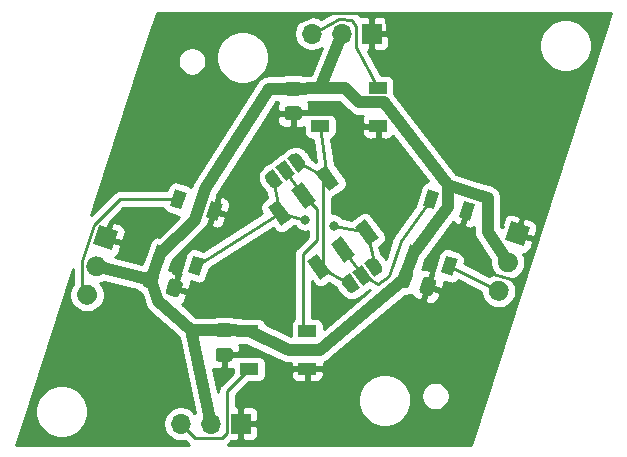
<source format=gbr>
%TF.GenerationSoftware,KiCad,Pcbnew,5.1.9*%
%TF.CreationDate,2021-01-25T14:02:53-05:00*%
%TF.ProjectId,penroserombus_thick_40mm,70656e72-6f73-4657-926f-6d6275735f74,rev?*%
%TF.SameCoordinates,Original*%
%TF.FileFunction,Copper,L1,Top*%
%TF.FilePolarity,Positive*%
%FSLAX46Y46*%
G04 Gerber Fmt 4.6, Leading zero omitted, Abs format (unit mm)*
G04 Created by KiCad (PCBNEW 5.1.9) date 2021-01-25 14:02:53*
%MOMM*%
%LPD*%
G01*
G04 APERTURE LIST*
%TA.AperFunction,SMDPad,CuDef*%
%ADD10C,0.100000*%
%TD*%
%TA.AperFunction,ComponentPad*%
%ADD11C,0.100000*%
%TD*%
%TA.AperFunction,ComponentPad*%
%ADD12R,1.700000X1.700000*%
%TD*%
%TA.AperFunction,ComponentPad*%
%ADD13O,1.700000X1.700000*%
%TD*%
%TA.AperFunction,SMDPad,CuDef*%
%ADD14R,1.500000X1.000000*%
%TD*%
%TA.AperFunction,ViaPad*%
%ADD15C,0.800000*%
%TD*%
%TA.AperFunction,Conductor*%
%ADD16C,1.000000*%
%TD*%
%TA.AperFunction,Conductor*%
%ADD17C,0.250000*%
%TD*%
%TA.AperFunction,Conductor*%
%ADD18C,0.500000*%
%TD*%
%TA.AperFunction,Conductor*%
%ADD19C,0.254000*%
%TD*%
%TA.AperFunction,Conductor*%
%ADD20C,0.100000*%
%TD*%
G04 APERTURE END LIST*
%TO.P,C4,1*%
%TO.N,GND*%
%TA.AperFunction,SMDPad,CuDef*%
G36*
G01*
X135931250Y-99745400D02*
X135637684Y-100648904D01*
G75*
G02*
X135322666Y-100809414I-237764J77254D01*
G01*
X134680702Y-100600828D01*
G75*
G02*
X134520192Y-100285810I77254J237764D01*
G01*
X134813758Y-99382306D01*
G75*
G02*
X135128776Y-99221796I237764J-77254D01*
G01*
X135770740Y-99430382D01*
G75*
G02*
X135931250Y-99745400I-77254J-237764D01*
G01*
G37*
%TD.AperFunction*%
%TO.P,C4,2*%
%TO.N,VCC*%
%TA.AperFunction,SMDPad,CuDef*%
G36*
G01*
X133957808Y-99104190D02*
X133664242Y-100007694D01*
G75*
G02*
X133349224Y-100168204I-237764J77254D01*
G01*
X132707260Y-99959618D01*
G75*
G02*
X132546750Y-99644600I77254J237764D01*
G01*
X132840316Y-98741096D01*
G75*
G02*
X133155334Y-98580586I237764J-77254D01*
G01*
X133797298Y-98789172D01*
G75*
G02*
X133957808Y-99104190I-77254J-237764D01*
G01*
G37*
%TD.AperFunction*%
%TD*%
%TO.P,C2,1*%
%TO.N,GND*%
%TA.AperFunction,SMDPad,CuDef*%
G36*
G01*
X139921000Y-106273000D02*
X138971000Y-106273000D01*
G75*
G02*
X138721000Y-106023000I0J250000D01*
G01*
X138721000Y-105348000D01*
G75*
G02*
X138971000Y-105098000I250000J0D01*
G01*
X139921000Y-105098000D01*
G75*
G02*
X140171000Y-105348000I0J-250000D01*
G01*
X140171000Y-106023000D01*
G75*
G02*
X139921000Y-106273000I-250000J0D01*
G01*
G37*
%TD.AperFunction*%
%TO.P,C2,2*%
%TO.N,VCC*%
%TA.AperFunction,SMDPad,CuDef*%
G36*
G01*
X139921000Y-104198000D02*
X138971000Y-104198000D01*
G75*
G02*
X138721000Y-103948000I0J250000D01*
G01*
X138721000Y-103273000D01*
G75*
G02*
X138971000Y-103023000I250000J0D01*
G01*
X139921000Y-103023000D01*
G75*
G02*
X140171000Y-103273000I0J-250000D01*
G01*
X140171000Y-103948000D01*
G75*
G02*
X139921000Y-104198000I-250000J0D01*
G01*
G37*
%TD.AperFunction*%
%TD*%
%TA.AperFunction,SMDPad,CuDef*%
D10*
%TO.P,SW1,6*%
%TO.N,Net-(D3-Pad2)*%
G36*
X149208099Y-91198574D02*
G01*
X148318180Y-91845137D01*
X147171999Y-90267554D01*
X148061918Y-89620991D01*
X149208099Y-91198574D01*
G37*
%TD.AperFunction*%
%TA.AperFunction,SMDPad,CuDef*%
%TO.P,SW1,5*%
%TO.N,Net-(D2-Pad4)*%
G36*
X147185557Y-92668037D02*
G01*
X146295638Y-93314600D01*
X145149457Y-91737017D01*
X146039376Y-91090454D01*
X147185557Y-92668037D01*
G37*
%TD.AperFunction*%
%TA.AperFunction,SMDPad,CuDef*%
%TO.P,SW1,4*%
%TO.N,Net-(D4-Pad2)*%
G36*
X145163014Y-94137500D02*
G01*
X144273095Y-94784063D01*
X143126914Y-93206480D01*
X144016833Y-92559917D01*
X145163014Y-94137500D01*
G37*
%TD.AperFunction*%
%TA.AperFunction,SMDPad,CuDef*%
%TO.P,SW1,3*%
G36*
X152529086Y-95769520D02*
G01*
X151639167Y-96416083D01*
X150492986Y-94838500D01*
X151382905Y-94191937D01*
X152529086Y-95769520D01*
G37*
%TD.AperFunction*%
%TA.AperFunction,SMDPad,CuDef*%
%TO.P,SW1,2*%
%TO.N,Net-(D1-Pad4)*%
G36*
X150506543Y-97238983D02*
G01*
X149616624Y-97885546D01*
X148470443Y-96307963D01*
X149360362Y-95661400D01*
X150506543Y-97238983D01*
G37*
%TD.AperFunction*%
%TA.AperFunction,SMDPad,CuDef*%
%TO.P,SW1,1*%
%TO.N,Net-(D3-Pad2)*%
G36*
X148484001Y-98708446D02*
G01*
X147594082Y-99355009D01*
X146447901Y-97777426D01*
X147337820Y-97130863D01*
X148484001Y-98708446D01*
G37*
%TD.AperFunction*%
%TD*%
%TO.P,C1,2*%
%TO.N,VCC*%
%TA.AperFunction,SMDPad,CuDef*%
G36*
G01*
X155420808Y-98977190D02*
X155127242Y-99880694D01*
G75*
G02*
X154812224Y-100041204I-237764J77254D01*
G01*
X154170260Y-99832618D01*
G75*
G02*
X154009750Y-99517600I77254J237764D01*
G01*
X154303316Y-98614096D01*
G75*
G02*
X154618334Y-98453586I237764J-77254D01*
G01*
X155260298Y-98662172D01*
G75*
G02*
X155420808Y-98977190I-77254J-237764D01*
G01*
G37*
%TD.AperFunction*%
%TO.P,C1,1*%
%TO.N,GND*%
%TA.AperFunction,SMDPad,CuDef*%
G36*
G01*
X157394250Y-99618400D02*
X157100684Y-100521904D01*
G75*
G02*
X156785666Y-100682414I-237764J77254D01*
G01*
X156143702Y-100473828D01*
G75*
G02*
X155983192Y-100158810I77254J237764D01*
G01*
X156276758Y-99255306D01*
G75*
G02*
X156591776Y-99094796I237764J-77254D01*
G01*
X157233740Y-99303382D01*
G75*
G02*
X157394250Y-99618400I-77254J-237764D01*
G01*
G37*
%TD.AperFunction*%
%TD*%
%TO.P,J1,3*%
%TO.N,Net-(D1-Pad2)*%
%TA.AperFunction,ComponentPad*%
G36*
G01*
X161883431Y-100009654D02*
X161883431Y-100009654D01*
G75*
G02*
X162954493Y-99463920I808398J-262664D01*
G01*
X162954493Y-99463920D01*
G75*
G02*
X163500227Y-100534982I-262664J-808398D01*
G01*
X163500227Y-100534982D01*
G75*
G02*
X162429165Y-101080716I-808398J262664D01*
G01*
X162429165Y-101080716D01*
G75*
G02*
X161883431Y-100009654I262664J808398D01*
G01*
G37*
%TD.AperFunction*%
%TO.P,J1,2*%
%TO.N,VCC*%
%TA.AperFunction,ComponentPad*%
G36*
G01*
X162668334Y-97593971D02*
X162668334Y-97593971D01*
G75*
G02*
X163739396Y-97048237I808398J-262664D01*
G01*
X163739396Y-97048237D01*
G75*
G02*
X164285130Y-98119299I-262664J-808398D01*
G01*
X164285130Y-98119299D01*
G75*
G02*
X163214068Y-98665033I-808398J262664D01*
G01*
X163214068Y-98665033D01*
G75*
G02*
X162668334Y-97593971I262664J808398D01*
G01*
G37*
%TD.AperFunction*%
%TA.AperFunction,ComponentPad*%
D11*
%TO.P,J1,1*%
%TO.N,GND*%
G36*
X163190573Y-95986685D02*
G01*
X163715901Y-94369889D01*
X165332697Y-94895217D01*
X164807369Y-96512013D01*
X163190573Y-95986685D01*
G37*
%TD.AperFunction*%
%TD*%
D12*
%TO.P,J2,1*%
%TO.N,GND*%
X140851620Y-111528260D03*
D13*
%TO.P,J2,2*%
%TO.N,VCC*%
X138311620Y-111528260D03*
%TO.P,J2,3*%
%TO.N,Net-(D2-Pad2)*%
X135771620Y-111528260D03*
%TD*%
D12*
%TO.P,J3,1*%
%TO.N,GND*%
X151943635Y-78486676D03*
D13*
%TO.P,J3,2*%
%TO.N,VCC*%
X149403635Y-78486676D03*
%TO.P,J3,3*%
%TO.N,Net-(D3-Pad4)*%
X146863635Y-78486676D03*
%TD*%
%TO.P,J4,3*%
%TO.N,Net-(D4-Pad4)*%
%TA.AperFunction,ComponentPad*%
G36*
G01*
X127031397Y-100348375D02*
X127031397Y-100348375D01*
G75*
G02*
X128102459Y-99802641I808398J-262664D01*
G01*
X128102459Y-99802641D01*
G75*
G02*
X128648193Y-100873703I-262664J-808398D01*
G01*
X128648193Y-100873703D01*
G75*
G02*
X127577131Y-101419437I-808398J262664D01*
G01*
X127577131Y-101419437D01*
G75*
G02*
X127031397Y-100348375I262664J808398D01*
G01*
G37*
%TD.AperFunction*%
%TO.P,J4,2*%
%TO.N,VCC*%
%TA.AperFunction,ComponentPad*%
G36*
G01*
X127816300Y-97932692D02*
X127816300Y-97932692D01*
G75*
G02*
X128887362Y-97386958I808398J-262664D01*
G01*
X128887362Y-97386958D01*
G75*
G02*
X129433096Y-98458020I-262664J-808398D01*
G01*
X129433096Y-98458020D01*
G75*
G02*
X128362034Y-99003754I-808398J262664D01*
G01*
X128362034Y-99003754D01*
G75*
G02*
X127816300Y-97932692I262664J808398D01*
G01*
G37*
%TD.AperFunction*%
%TA.AperFunction,ComponentPad*%
D11*
%TO.P,J4,1*%
%TO.N,GND*%
G36*
X128338539Y-96325406D02*
G01*
X128863867Y-94708610D01*
X130480663Y-95233938D01*
X129955335Y-96850734D01*
X128338539Y-96325406D01*
G37*
%TD.AperFunction*%
%TD*%
%TA.AperFunction,SMDPad,CuDef*%
D10*
%TO.P,JP1,2*%
%TO.N,Net-(D2-Pad4)*%
G36*
X144653608Y-90996576D02*
G01*
X143771931Y-89783051D01*
X144580948Y-89195266D01*
X145462625Y-90408791D01*
X144653608Y-90996576D01*
G37*
%TD.AperFunction*%
%TA.AperFunction,SMDPad,CuDef*%
%TO.P,JP1,3*%
%TO.N,Net-(D3-Pad2)*%
G36*
X145228515Y-88725524D02*
G01*
X145248363Y-88711104D01*
X145290696Y-88686293D01*
X145335256Y-88665750D01*
X145381616Y-88649674D01*
X145429328Y-88638219D01*
X145477932Y-88631497D01*
X145526962Y-88629569D01*
X145575944Y-88632458D01*
X145624409Y-88640135D01*
X145671886Y-88652523D01*
X145717921Y-88669507D01*
X145762070Y-88690920D01*
X145803907Y-88716558D01*
X145843030Y-88746173D01*
X145879061Y-88779481D01*
X145911654Y-88816159D01*
X145926075Y-88836007D01*
X145926562Y-88835653D01*
X146220455Y-89240162D01*
X146219968Y-89240515D01*
X146234389Y-89260364D01*
X146259199Y-89302696D01*
X146279743Y-89347256D01*
X146295818Y-89393616D01*
X146307274Y-89441328D01*
X146313995Y-89489933D01*
X146315923Y-89538963D01*
X146313034Y-89587945D01*
X146305358Y-89636410D01*
X146292969Y-89683887D01*
X146275985Y-89729922D01*
X146254572Y-89774070D01*
X146228934Y-89815907D01*
X146199319Y-89855030D01*
X146166011Y-89891061D01*
X146129334Y-89923655D01*
X146109485Y-89938076D01*
X146109839Y-89938563D01*
X145664880Y-90261845D01*
X144783202Y-89048319D01*
X145228161Y-88725037D01*
X145228515Y-88725524D01*
G37*
%TD.AperFunction*%
%TA.AperFunction,SMDPad,CuDef*%
%TO.P,JP1,1*%
%TO.N,Net-(D4-Pad2)*%
G36*
X144451354Y-91143523D02*
G01*
X144006395Y-91466805D01*
X144006041Y-91466318D01*
X143986193Y-91480738D01*
X143943860Y-91505549D01*
X143899300Y-91526092D01*
X143852940Y-91542168D01*
X143805228Y-91553623D01*
X143756624Y-91560345D01*
X143707594Y-91562273D01*
X143658612Y-91559384D01*
X143610147Y-91551707D01*
X143562670Y-91539319D01*
X143516635Y-91522335D01*
X143472486Y-91500922D01*
X143430649Y-91475284D01*
X143391526Y-91445669D01*
X143355495Y-91412361D01*
X143322902Y-91375683D01*
X143308481Y-91355835D01*
X143307994Y-91356189D01*
X143014101Y-90951680D01*
X143014588Y-90951327D01*
X143000167Y-90931478D01*
X142975357Y-90889146D01*
X142954813Y-90844586D01*
X142938738Y-90798226D01*
X142927282Y-90750514D01*
X142920561Y-90701909D01*
X142918633Y-90652879D01*
X142921522Y-90603897D01*
X142929198Y-90555432D01*
X142941587Y-90507955D01*
X142958571Y-90461920D01*
X142979984Y-90417772D01*
X143005622Y-90375935D01*
X143035237Y-90336812D01*
X143068545Y-90300781D01*
X143105222Y-90268187D01*
X143125071Y-90253766D01*
X143124717Y-90253279D01*
X143569676Y-89929997D01*
X144451354Y-91143523D01*
G37*
%TD.AperFunction*%
%TD*%
%TA.AperFunction,SMDPad,CuDef*%
%TO.P,JP2,1*%
%TO.N,Net-(D3-Pad2)*%
G36*
X150964076Y-100006002D02*
G01*
X150519117Y-100329284D01*
X150518763Y-100328797D01*
X150498915Y-100343217D01*
X150456582Y-100368028D01*
X150412022Y-100388571D01*
X150365662Y-100404647D01*
X150317950Y-100416102D01*
X150269346Y-100422824D01*
X150220316Y-100424752D01*
X150171334Y-100421863D01*
X150122869Y-100414186D01*
X150075392Y-100401798D01*
X150029357Y-100384814D01*
X149985208Y-100363401D01*
X149943371Y-100337763D01*
X149904248Y-100308148D01*
X149868217Y-100274840D01*
X149835624Y-100238162D01*
X149821203Y-100218314D01*
X149820716Y-100218668D01*
X149526823Y-99814159D01*
X149527310Y-99813806D01*
X149512889Y-99793957D01*
X149488079Y-99751625D01*
X149467535Y-99707065D01*
X149451460Y-99660705D01*
X149440004Y-99612993D01*
X149433283Y-99564388D01*
X149431355Y-99515358D01*
X149434244Y-99466376D01*
X149441920Y-99417911D01*
X149454309Y-99370434D01*
X149471293Y-99324399D01*
X149492706Y-99280251D01*
X149518344Y-99238414D01*
X149547959Y-99199291D01*
X149581267Y-99163260D01*
X149617944Y-99130666D01*
X149637793Y-99116245D01*
X149637439Y-99115758D01*
X150082398Y-98792476D01*
X150964076Y-100006002D01*
G37*
%TD.AperFunction*%
%TA.AperFunction,SMDPad,CuDef*%
%TO.P,JP2,3*%
%TO.N,Net-(D4-Pad2)*%
G36*
X151741237Y-97588003D02*
G01*
X151761085Y-97573583D01*
X151803418Y-97548772D01*
X151847978Y-97528229D01*
X151894338Y-97512153D01*
X151942050Y-97500698D01*
X151990654Y-97493976D01*
X152039684Y-97492048D01*
X152088666Y-97494937D01*
X152137131Y-97502614D01*
X152184608Y-97515002D01*
X152230643Y-97531986D01*
X152274792Y-97553399D01*
X152316629Y-97579037D01*
X152355752Y-97608652D01*
X152391783Y-97641960D01*
X152424376Y-97678638D01*
X152438797Y-97698486D01*
X152439284Y-97698132D01*
X152733177Y-98102641D01*
X152732690Y-98102994D01*
X152747111Y-98122843D01*
X152771921Y-98165175D01*
X152792465Y-98209735D01*
X152808540Y-98256095D01*
X152819996Y-98303807D01*
X152826717Y-98352412D01*
X152828645Y-98401442D01*
X152825756Y-98450424D01*
X152818080Y-98498889D01*
X152805691Y-98546366D01*
X152788707Y-98592401D01*
X152767294Y-98636549D01*
X152741656Y-98678386D01*
X152712041Y-98717509D01*
X152678733Y-98753540D01*
X152642056Y-98786134D01*
X152622207Y-98800555D01*
X152622561Y-98801042D01*
X152177602Y-99124324D01*
X151295924Y-97910798D01*
X151740883Y-97587516D01*
X151741237Y-97588003D01*
G37*
%TD.AperFunction*%
%TA.AperFunction,SMDPad,CuDef*%
%TO.P,JP2,2*%
%TO.N,Net-(D1-Pad4)*%
G36*
X151166330Y-99859055D02*
G01*
X150284653Y-98645530D01*
X151093670Y-98057745D01*
X151975347Y-99271270D01*
X151166330Y-99859055D01*
G37*
%TD.AperFunction*%
%TD*%
%TO.P,C3,2*%
%TO.N,VCC*%
%TA.AperFunction,SMDPad,CuDef*%
G36*
G01*
X145763000Y-83751000D02*
X144813000Y-83751000D01*
G75*
G02*
X144563000Y-83501000I0J250000D01*
G01*
X144563000Y-82826000D01*
G75*
G02*
X144813000Y-82576000I250000J0D01*
G01*
X145763000Y-82576000D01*
G75*
G02*
X146013000Y-82826000I0J-250000D01*
G01*
X146013000Y-83501000D01*
G75*
G02*
X145763000Y-83751000I-250000J0D01*
G01*
G37*
%TD.AperFunction*%
%TO.P,C3,1*%
%TO.N,GND*%
%TA.AperFunction,SMDPad,CuDef*%
G36*
G01*
X145763000Y-85826000D02*
X144813000Y-85826000D01*
G75*
G02*
X144563000Y-85576000I0J250000D01*
G01*
X144563000Y-84901000D01*
G75*
G02*
X144813000Y-84651000I250000J0D01*
G01*
X145763000Y-84651000D01*
G75*
G02*
X146013000Y-84901000I0J-250000D01*
G01*
X146013000Y-85576000D01*
G75*
G02*
X145763000Y-85826000I-250000J0D01*
G01*
G37*
%TD.AperFunction*%
%TD*%
%TA.AperFunction,SMDPad,CuDef*%
%TO.P,D1,3*%
%TO.N,GND*%
G36*
X159772641Y-92628233D02*
G01*
X160723698Y-92937250D01*
X160260173Y-94363835D01*
X159309116Y-94054818D01*
X159772641Y-92628233D01*
G37*
%TD.AperFunction*%
%TA.AperFunction,SMDPad,CuDef*%
%TO.P,D1,4*%
%TO.N,Net-(D1-Pad4)*%
G36*
X156729260Y-91639378D02*
G01*
X157680317Y-91948395D01*
X157216792Y-93374980D01*
X156265735Y-93065963D01*
X156729260Y-91639378D01*
G37*
%TD.AperFunction*%
%TA.AperFunction,SMDPad,CuDef*%
%TO.P,D1,2*%
%TO.N,Net-(D1-Pad2)*%
G36*
X158258458Y-97288410D02*
G01*
X159209515Y-97597427D01*
X158745990Y-99024012D01*
X157794933Y-98714995D01*
X158258458Y-97288410D01*
G37*
%TD.AperFunction*%
%TA.AperFunction,SMDPad,CuDef*%
%TO.P,D1,1*%
%TO.N,VCC*%
G36*
X155215077Y-96299555D02*
G01*
X156166134Y-96608572D01*
X155702609Y-98035157D01*
X154751552Y-97726140D01*
X155215077Y-96299555D01*
G37*
%TD.AperFunction*%
%TD*%
D14*
%TO.P,D2,1*%
%TO.N,VCC*%
X141582407Y-103689119D03*
%TO.P,D2,2*%
%TO.N,Net-(D2-Pad2)*%
X141582407Y-106889119D03*
%TO.P,D2,4*%
%TO.N,Net-(D2-Pad4)*%
X146482407Y-103689119D03*
%TO.P,D2,3*%
%TO.N,GND*%
X146482407Y-106889119D03*
%TD*%
%TO.P,D3,1*%
%TO.N,VCC*%
X147581513Y-83125141D03*
%TO.P,D3,2*%
%TO.N,Net-(D3-Pad2)*%
X147581513Y-86325141D03*
%TO.P,D3,4*%
%TO.N,Net-(D3-Pad4)*%
X152481513Y-83125141D03*
%TO.P,D3,3*%
%TO.N,GND*%
X152481513Y-86325141D03*
%TD*%
%TA.AperFunction,SMDPad,CuDef*%
D10*
%TO.P,D4,3*%
%TO.N,GND*%
G36*
X138361310Y-92628233D02*
G01*
X139312367Y-92937250D01*
X138848842Y-94363835D01*
X137897785Y-94054818D01*
X138361310Y-92628233D01*
G37*
%TD.AperFunction*%
%TA.AperFunction,SMDPad,CuDef*%
%TO.P,D4,4*%
%TO.N,Net-(D4-Pad4)*%
G36*
X135317929Y-91639378D02*
G01*
X136268986Y-91948395D01*
X135805461Y-93374980D01*
X134854404Y-93065963D01*
X135317929Y-91639378D01*
G37*
%TD.AperFunction*%
%TA.AperFunction,SMDPad,CuDef*%
%TO.P,D4,2*%
%TO.N,Net-(D4-Pad2)*%
G36*
X136847127Y-97288410D02*
G01*
X137798184Y-97597427D01*
X137334659Y-99024012D01*
X136383602Y-98714995D01*
X136847127Y-97288410D01*
G37*
%TD.AperFunction*%
%TA.AperFunction,SMDPad,CuDef*%
%TO.P,D4,1*%
%TO.N,VCC*%
G36*
X133803746Y-96299555D02*
G01*
X134754803Y-96608572D01*
X134291278Y-98035157D01*
X133340221Y-97726140D01*
X133803746Y-96299555D01*
G37*
%TD.AperFunction*%
%TD*%
D15*
%TO.N,GND*%
X141224000Y-105410000D03*
X138176000Y-94996000D03*
X135382000Y-98552000D03*
X144907000Y-106934000D03*
X129159000Y-107315000D03*
X159512000Y-94996000D03*
X156845000Y-98171000D03*
X147066000Y-84963000D03*
X150876000Y-86360000D03*
X148005800Y-101600000D03*
%TO.N,Net-(D4-Pad2)*%
X148717000Y-94742000D03*
X146304000Y-94234000D03*
%TD*%
D16*
%TO.N,VCC*%
X138311620Y-111108258D02*
X138311620Y-111528260D01*
X134047512Y-97167356D02*
X133252279Y-99374395D01*
X141582407Y-103689119D02*
X139446000Y-103610500D01*
X155458843Y-97167356D02*
X154715279Y-99247395D01*
X145288000Y-83163500D02*
X147581513Y-83125141D01*
X139446000Y-103610500D02*
X136662962Y-103610500D01*
X136968996Y-94245872D02*
X134047512Y-97167356D01*
X128624698Y-98195356D02*
X133252279Y-99374395D01*
X149673141Y-83125141D02*
X150873142Y-84325142D01*
X147581513Y-83125141D02*
X149673141Y-83125141D01*
X152991516Y-84325142D02*
X150873142Y-84325142D01*
X155458843Y-97167356D02*
X158380327Y-93201410D01*
X145288000Y-83163500D02*
X143234500Y-83163500D01*
X138311620Y-111528260D02*
X136662962Y-103610500D01*
X161163000Y-92202000D02*
X158380327Y-91324327D01*
X158380327Y-93201410D02*
X158380327Y-91324327D01*
X141582407Y-103689119D02*
X144907000Y-105283000D01*
X149403635Y-78486676D02*
X147581513Y-83125141D01*
X163476732Y-97856635D02*
X161752280Y-95300800D01*
X161752280Y-95300800D02*
X161754736Y-92405284D01*
X161754736Y-92405284D02*
X161163000Y-92202000D01*
X154715279Y-99247395D02*
X147548600Y-105283000D01*
X144907000Y-105283000D02*
X147548600Y-105283000D01*
X143234500Y-83163500D02*
X137815129Y-91637929D01*
X136968996Y-94245872D02*
X137815129Y-91637929D01*
X158380327Y-91324327D02*
X152991516Y-84325142D01*
X136662962Y-103610500D02*
X133855151Y-101120249D01*
X133252279Y-99374395D02*
X133855151Y-101120249D01*
D17*
%TO.N,GND*%
X153212300Y-78486000D02*
X153162000Y-76708000D01*
X147574000Y-76708000D02*
X145542000Y-77597000D01*
X153162000Y-76708000D02*
X147574000Y-76708000D01*
X149754500Y-85238500D02*
X150876000Y-86360000D01*
D18*
X145288000Y-85238500D02*
X149754500Y-85238500D01*
D17*
X164261635Y-95440951D02*
X165755320Y-95925640D01*
X165755320Y-95925640D02*
X164622480Y-99494340D01*
X164622480Y-99494340D02*
X161945320Y-98747580D01*
%TO.N,Net-(D1-Pad2)*%
X162691829Y-100272318D02*
X158502224Y-98156211D01*
%TO.N,Net-(D1-Pad4)*%
X149488493Y-96773473D02*
X151130000Y-98958400D01*
X151130000Y-98958400D02*
X152501600Y-99720400D01*
X152501600Y-99720400D02*
X153416000Y-99034600D01*
X153416000Y-99034600D02*
X154432000Y-96012000D01*
X154432000Y-96012000D02*
X156973026Y-92507179D01*
%TO.N,Net-(D2-Pad4)*%
X146167507Y-92202527D02*
X147309980Y-93345000D01*
X147309980Y-93345000D02*
X147309980Y-96001980D01*
X146122891Y-103329603D02*
X146122891Y-97189069D01*
X146122891Y-97189069D02*
X147309980Y-96001980D01*
X146482407Y-103689119D02*
X146122891Y-103329603D01*
X144617278Y-90095921D02*
X146167507Y-92202527D01*
%TO.N,Net-(D2-Pad2)*%
X139676619Y-112291381D02*
X139676619Y-108794907D01*
X139676619Y-108794907D02*
X141582407Y-106889119D01*
X139264739Y-112703261D02*
X139676619Y-112291381D01*
X136946621Y-112703261D02*
X139264739Y-112703261D01*
X135771620Y-111528260D02*
X136946621Y-112703261D01*
%TO.N,Net-(D3-Pad2)*%
X148190049Y-90733064D02*
X147796293Y-91126820D01*
X147796293Y-91126820D02*
X147796293Y-97912594D01*
X147796293Y-97912594D02*
X147465951Y-98242936D01*
X147581513Y-86325141D02*
X148190049Y-90733064D01*
X145669000Y-89331800D02*
X148190049Y-90733064D01*
X147465951Y-98242936D02*
X150078278Y-99722521D01*
%TO.N,Net-(D3-Pad4)*%
X152037299Y-82680927D02*
X152481513Y-83125141D01*
X152481513Y-83125141D02*
X150622000Y-79629000D01*
X149199600Y-77266800D02*
X146863635Y-78486676D01*
X150313814Y-77346386D02*
X150622000Y-77927200D01*
X150622000Y-79629000D02*
X150622000Y-77927200D01*
X150313814Y-77346386D02*
X149199600Y-77266800D01*
%TO.N,Net-(D4-Pad4)*%
X130605662Y-92507179D02*
X135561695Y-92507179D01*
X127839795Y-100611039D02*
X127449697Y-100220941D01*
X127449697Y-100220941D02*
X127449697Y-97721303D01*
X127449697Y-97721303D02*
X128447421Y-94665421D01*
X128447421Y-94665421D02*
X130605662Y-92507179D01*
%TO.N,Net-(D4-Pad2)*%
X148717000Y-94742000D02*
X151511036Y-95304010D01*
X144144964Y-93671990D02*
X146304000Y-94234000D01*
X137090893Y-98156211D02*
X144144964Y-93671990D01*
X143565556Y-90860042D02*
X144144964Y-93671990D01*
X151511036Y-95304010D02*
X152181722Y-98194279D01*
%TD*%
D19*
%TO.N,GND*%
X126689697Y-99661030D02*
X126686320Y-99664407D01*
X126523805Y-99907628D01*
X126411863Y-100177881D01*
X126354795Y-100464779D01*
X126354795Y-100757299D01*
X126411863Y-101044197D01*
X126523805Y-101314450D01*
X126686320Y-101557671D01*
X126893163Y-101764514D01*
X127136384Y-101927029D01*
X127406637Y-102038971D01*
X127693535Y-102096039D01*
X127986055Y-102096039D01*
X128272953Y-102038971D01*
X128543206Y-101927029D01*
X128786427Y-101764514D01*
X128993270Y-101557671D01*
X129155785Y-101314450D01*
X129267727Y-101044197D01*
X129324795Y-100757299D01*
X129324795Y-100464779D01*
X129267727Y-100177881D01*
X129155785Y-99907628D01*
X128993270Y-99664407D01*
X128969689Y-99640826D01*
X129057856Y-99623288D01*
X129276556Y-99532700D01*
X132069603Y-100244327D01*
X132087097Y-100271655D01*
X132207758Y-100397150D01*
X132350584Y-100496694D01*
X132454805Y-100542281D01*
X132749919Y-101396899D01*
X132751891Y-101409275D01*
X132786367Y-101502450D01*
X132800513Y-101543415D01*
X132805711Y-101554730D01*
X132829476Y-101618956D01*
X132852274Y-101656079D01*
X132870463Y-101695669D01*
X132910641Y-101751121D01*
X132946477Y-101809473D01*
X132976083Y-101841439D01*
X133001643Y-101876715D01*
X133051866Y-101923263D01*
X133060331Y-101932402D01*
X133092757Y-101961161D01*
X133165621Y-102028692D01*
X133176300Y-102035255D01*
X135628466Y-104210085D01*
X136968778Y-110647005D01*
X136925095Y-110581628D01*
X136718252Y-110374785D01*
X136475031Y-110212270D01*
X136204778Y-110100328D01*
X135917880Y-110043260D01*
X135625360Y-110043260D01*
X135338462Y-110100328D01*
X135068209Y-110212270D01*
X134824988Y-110374785D01*
X134618145Y-110581628D01*
X134455630Y-110824849D01*
X134343688Y-111095102D01*
X134286620Y-111382000D01*
X134286620Y-111674520D01*
X134343688Y-111961418D01*
X134455630Y-112231671D01*
X134618145Y-112474892D01*
X134824988Y-112681735D01*
X135068209Y-112844250D01*
X135338462Y-112956192D01*
X135625360Y-113013260D01*
X135917880Y-113013260D01*
X136138028Y-112969470D01*
X136382822Y-113214264D01*
X136406620Y-113243262D01*
X136467543Y-113293260D01*
X121863260Y-113293260D01*
X122841865Y-110281421D01*
X123470721Y-110281421D01*
X123470721Y-110721677D01*
X123556611Y-111153474D01*
X123725090Y-111560218D01*
X123969683Y-111926278D01*
X124280992Y-112237587D01*
X124647052Y-112482180D01*
X125053796Y-112650659D01*
X125485593Y-112736549D01*
X125925849Y-112736549D01*
X126357646Y-112650659D01*
X126764390Y-112482180D01*
X127130450Y-112237587D01*
X127441759Y-111926278D01*
X127686352Y-111560218D01*
X127854831Y-111153474D01*
X127940721Y-110721677D01*
X127940721Y-110281421D01*
X127854831Y-109849624D01*
X127686352Y-109442880D01*
X127441759Y-109076820D01*
X127130450Y-108765511D01*
X126764390Y-108520918D01*
X126357646Y-108352439D01*
X125925849Y-108266549D01*
X125485593Y-108266549D01*
X125053796Y-108352439D01*
X124647052Y-108520918D01*
X124280992Y-108765511D01*
X123969683Y-109076820D01*
X123725090Y-109442880D01*
X123556611Y-109849624D01*
X123470721Y-110281421D01*
X122841865Y-110281421D01*
X126689698Y-98439014D01*
X126689697Y-99661030D01*
%TA.AperFunction,Conductor*%
D20*
G36*
X126689697Y-99661030D02*
G01*
X126686320Y-99664407D01*
X126523805Y-99907628D01*
X126411863Y-100177881D01*
X126354795Y-100464779D01*
X126354795Y-100757299D01*
X126411863Y-101044197D01*
X126523805Y-101314450D01*
X126686320Y-101557671D01*
X126893163Y-101764514D01*
X127136384Y-101927029D01*
X127406637Y-102038971D01*
X127693535Y-102096039D01*
X127986055Y-102096039D01*
X128272953Y-102038971D01*
X128543206Y-101927029D01*
X128786427Y-101764514D01*
X128993270Y-101557671D01*
X129155785Y-101314450D01*
X129267727Y-101044197D01*
X129324795Y-100757299D01*
X129324795Y-100464779D01*
X129267727Y-100177881D01*
X129155785Y-99907628D01*
X128993270Y-99664407D01*
X128969689Y-99640826D01*
X129057856Y-99623288D01*
X129276556Y-99532700D01*
X132069603Y-100244327D01*
X132087097Y-100271655D01*
X132207758Y-100397150D01*
X132350584Y-100496694D01*
X132454805Y-100542281D01*
X132749919Y-101396899D01*
X132751891Y-101409275D01*
X132786367Y-101502450D01*
X132800513Y-101543415D01*
X132805711Y-101554730D01*
X132829476Y-101618956D01*
X132852274Y-101656079D01*
X132870463Y-101695669D01*
X132910641Y-101751121D01*
X132946477Y-101809473D01*
X132976083Y-101841439D01*
X133001643Y-101876715D01*
X133051866Y-101923263D01*
X133060331Y-101932402D01*
X133092757Y-101961161D01*
X133165621Y-102028692D01*
X133176300Y-102035255D01*
X135628466Y-104210085D01*
X136968778Y-110647005D01*
X136925095Y-110581628D01*
X136718252Y-110374785D01*
X136475031Y-110212270D01*
X136204778Y-110100328D01*
X135917880Y-110043260D01*
X135625360Y-110043260D01*
X135338462Y-110100328D01*
X135068209Y-110212270D01*
X134824988Y-110374785D01*
X134618145Y-110581628D01*
X134455630Y-110824849D01*
X134343688Y-111095102D01*
X134286620Y-111382000D01*
X134286620Y-111674520D01*
X134343688Y-111961418D01*
X134455630Y-112231671D01*
X134618145Y-112474892D01*
X134824988Y-112681735D01*
X135068209Y-112844250D01*
X135338462Y-112956192D01*
X135625360Y-113013260D01*
X135917880Y-113013260D01*
X136138028Y-112969470D01*
X136382822Y-113214264D01*
X136406620Y-113243262D01*
X136467543Y-113293260D01*
X121863260Y-113293260D01*
X122841865Y-110281421D01*
X123470721Y-110281421D01*
X123470721Y-110721677D01*
X123556611Y-111153474D01*
X123725090Y-111560218D01*
X123969683Y-111926278D01*
X124280992Y-112237587D01*
X124647052Y-112482180D01*
X125053796Y-112650659D01*
X125485593Y-112736549D01*
X125925849Y-112736549D01*
X126357646Y-112650659D01*
X126764390Y-112482180D01*
X127130450Y-112237587D01*
X127441759Y-111926278D01*
X127686352Y-111560218D01*
X127854831Y-111153474D01*
X127940721Y-110721677D01*
X127940721Y-110281421D01*
X127854831Y-109849624D01*
X127686352Y-109442880D01*
X127441759Y-109076820D01*
X127130450Y-108765511D01*
X126764390Y-108520918D01*
X126357646Y-108352439D01*
X125925849Y-108266549D01*
X125485593Y-108266549D01*
X125053796Y-108352439D01*
X124647052Y-108520918D01*
X124280992Y-108765511D01*
X123969683Y-109076820D01*
X123725090Y-109442880D01*
X123556611Y-109849624D01*
X123470721Y-110281421D01*
X122841865Y-110281421D01*
X126689698Y-98439014D01*
X126689697Y-99661030D01*
G37*
%TD.AperFunction*%
D19*
X160317611Y-113293260D02*
X139743817Y-113293260D01*
X139804740Y-113243262D01*
X139828543Y-113214258D01*
X140026605Y-113016196D01*
X140565870Y-113013260D01*
X140724620Y-112854510D01*
X140724620Y-111655260D01*
X140978620Y-111655260D01*
X140978620Y-112854510D01*
X141137370Y-113013260D01*
X141701620Y-113016332D01*
X141826102Y-113004072D01*
X141945800Y-112967762D01*
X142056114Y-112908797D01*
X142152805Y-112829445D01*
X142232157Y-112732754D01*
X142291122Y-112622440D01*
X142327432Y-112502742D01*
X142339692Y-112378260D01*
X142336620Y-111814010D01*
X142177870Y-111655260D01*
X140978620Y-111655260D01*
X140724620Y-111655260D01*
X140704620Y-111655260D01*
X140704620Y-111401260D01*
X140724620Y-111401260D01*
X140724620Y-110202010D01*
X140978620Y-110202010D01*
X140978620Y-111401260D01*
X142177870Y-111401260D01*
X142336620Y-111242510D01*
X142339692Y-110678260D01*
X142327432Y-110553778D01*
X142291122Y-110434080D01*
X142232157Y-110323766D01*
X142152805Y-110227075D01*
X142056114Y-110147723D01*
X141945800Y-110088758D01*
X141826102Y-110052448D01*
X141701620Y-110040188D01*
X141137370Y-110043260D01*
X140978620Y-110202010D01*
X140724620Y-110202010D01*
X140565870Y-110043260D01*
X140436619Y-110042556D01*
X140436619Y-109308133D01*
X150822392Y-109308133D01*
X150822392Y-109748389D01*
X150908282Y-110180186D01*
X151076761Y-110586930D01*
X151321354Y-110952990D01*
X151632663Y-111264299D01*
X151998723Y-111508892D01*
X152405467Y-111677371D01*
X152837264Y-111763261D01*
X153277520Y-111763261D01*
X153709317Y-111677371D01*
X154116061Y-111508892D01*
X154482121Y-111264299D01*
X154793430Y-110952990D01*
X155038023Y-110586930D01*
X155206502Y-110180186D01*
X155292392Y-109748389D01*
X155292392Y-109308133D01*
X155242038Y-109054984D01*
X156114909Y-109054984D01*
X156114909Y-109293334D01*
X156161408Y-109527103D01*
X156252621Y-109747309D01*
X156385040Y-109945489D01*
X156553579Y-110114028D01*
X156751759Y-110246447D01*
X156971965Y-110337660D01*
X157205734Y-110384159D01*
X157444084Y-110384159D01*
X157677853Y-110337660D01*
X157898059Y-110246447D01*
X158096239Y-110114028D01*
X158264778Y-109945489D01*
X158397197Y-109747309D01*
X158488410Y-109527103D01*
X158534909Y-109293334D01*
X158534909Y-109054984D01*
X158488410Y-108821215D01*
X158397197Y-108601009D01*
X158264778Y-108402829D01*
X158096239Y-108234290D01*
X157898059Y-108101871D01*
X157677853Y-108010658D01*
X157444084Y-107964159D01*
X157205734Y-107964159D01*
X156971965Y-108010658D01*
X156751759Y-108101871D01*
X156553579Y-108234290D01*
X156385040Y-108402829D01*
X156252621Y-108601009D01*
X156161408Y-108821215D01*
X156114909Y-109054984D01*
X155242038Y-109054984D01*
X155206502Y-108876336D01*
X155038023Y-108469592D01*
X154793430Y-108103532D01*
X154482121Y-107792223D01*
X154116061Y-107547630D01*
X153709317Y-107379151D01*
X153277520Y-107293261D01*
X152837264Y-107293261D01*
X152405467Y-107379151D01*
X151998723Y-107547630D01*
X151632663Y-107792223D01*
X151321354Y-108103532D01*
X151076761Y-108469592D01*
X150908282Y-108876336D01*
X150822392Y-109308133D01*
X140436619Y-109308133D01*
X140436619Y-109109708D01*
X141519137Y-108027191D01*
X142332407Y-108027191D01*
X142456889Y-108014931D01*
X142576587Y-107978621D01*
X142686901Y-107919656D01*
X142783592Y-107840304D01*
X142862944Y-107743613D01*
X142921909Y-107633299D01*
X142958219Y-107513601D01*
X142970479Y-107389119D01*
X145094335Y-107389119D01*
X145106595Y-107513601D01*
X145142905Y-107633299D01*
X145201870Y-107743613D01*
X145281222Y-107840304D01*
X145377913Y-107919656D01*
X145488227Y-107978621D01*
X145607925Y-108014931D01*
X145732407Y-108027191D01*
X146196657Y-108024119D01*
X146355407Y-107865369D01*
X146355407Y-107016119D01*
X146609407Y-107016119D01*
X146609407Y-107865369D01*
X146768157Y-108024119D01*
X147232407Y-108027191D01*
X147356889Y-108014931D01*
X147476587Y-107978621D01*
X147586901Y-107919656D01*
X147683592Y-107840304D01*
X147762944Y-107743613D01*
X147821909Y-107633299D01*
X147858219Y-107513601D01*
X147870479Y-107389119D01*
X147867407Y-107174869D01*
X147708657Y-107016119D01*
X146609407Y-107016119D01*
X146355407Y-107016119D01*
X145256157Y-107016119D01*
X145097407Y-107174869D01*
X145094335Y-107389119D01*
X142970479Y-107389119D01*
X142970479Y-106389119D01*
X142958219Y-106264637D01*
X142921909Y-106144939D01*
X142862944Y-106034625D01*
X142783592Y-105937934D01*
X142686901Y-105858582D01*
X142576587Y-105799617D01*
X142456889Y-105763307D01*
X142332407Y-105751047D01*
X140832407Y-105751047D01*
X140707925Y-105763307D01*
X140588227Y-105799617D01*
X140564125Y-105812500D01*
X139573000Y-105812500D01*
X139573000Y-106749250D01*
X139731750Y-106908000D01*
X140171000Y-106911072D01*
X140194335Y-106908774D01*
X140194335Y-107202389D01*
X139165617Y-108231108D01*
X139136619Y-108254906D01*
X139112821Y-108283904D01*
X139112820Y-108283905D01*
X139041645Y-108370631D01*
X138971073Y-108502661D01*
X138927617Y-108645922D01*
X138912943Y-108794907D01*
X138916620Y-108832239D01*
X138916620Y-108865998D01*
X138500972Y-106869828D01*
X138596518Y-106898812D01*
X138721000Y-106911072D01*
X139160250Y-106908000D01*
X139319000Y-106749250D01*
X139319000Y-105812500D01*
X139299000Y-105812500D01*
X139299000Y-105558500D01*
X139319000Y-105558500D01*
X139319000Y-105538500D01*
X139573000Y-105538500D01*
X139573000Y-105558500D01*
X140647250Y-105558500D01*
X140806000Y-105399750D01*
X140809072Y-105098000D01*
X140796812Y-104973518D01*
X140760502Y-104853820D01*
X140741482Y-104818236D01*
X140832407Y-104827191D01*
X141330804Y-104827191D01*
X144393913Y-106295711D01*
X144470553Y-106336676D01*
X144548004Y-106360171D01*
X144624064Y-106387838D01*
X144654769Y-106392558D01*
X144684501Y-106401577D01*
X144765059Y-106409511D01*
X144845043Y-106421806D01*
X144931842Y-106418000D01*
X145094749Y-106418000D01*
X145097407Y-106603369D01*
X145256157Y-106762119D01*
X146355407Y-106762119D01*
X146355407Y-106742119D01*
X146609407Y-106742119D01*
X146609407Y-106762119D01*
X147708657Y-106762119D01*
X147867407Y-106603369D01*
X147870479Y-106389119D01*
X147869114Y-106375261D01*
X147893512Y-106370085D01*
X147938347Y-106350842D01*
X147985047Y-106336676D01*
X148040843Y-106306853D01*
X148098964Y-106281908D01*
X148139181Y-106254290D01*
X148182223Y-106231284D01*
X148231129Y-106191148D01*
X148237086Y-106187057D01*
X148274212Y-106155791D01*
X148355049Y-106089449D01*
X148359666Y-106083823D01*
X154772968Y-100682695D01*
X154785097Y-100685356D01*
X154959156Y-100688774D01*
X155130537Y-100658169D01*
X155292654Y-100594718D01*
X155299797Y-100590145D01*
X155337412Y-100686252D01*
X155404849Y-100791599D01*
X155491543Y-100881767D01*
X155594162Y-100953289D01*
X155708763Y-101003416D01*
X155996693Y-101093740D01*
X156042682Y-101070307D01*
X156438299Y-101070307D01*
X156540222Y-101270343D01*
X156826254Y-101366511D01*
X156948432Y-101393318D01*
X157073492Y-101395774D01*
X157196628Y-101373784D01*
X157313108Y-101328195D01*
X157418455Y-101260757D01*
X157508623Y-101174064D01*
X157580145Y-101071444D01*
X157630272Y-100956844D01*
X157763086Y-100538143D01*
X157661162Y-100338106D01*
X156770260Y-100048634D01*
X156438299Y-101070307D01*
X156042682Y-101070307D01*
X156196730Y-100991816D01*
X156528692Y-99970144D01*
X156509671Y-99963964D01*
X156588160Y-99722395D01*
X156607182Y-99728576D01*
X156939143Y-98706903D01*
X156837220Y-98506867D01*
X156551188Y-98410699D01*
X156429010Y-98383892D01*
X156303950Y-98381436D01*
X156225514Y-98395443D01*
X156259324Y-98346932D01*
X156309452Y-98232332D01*
X156487339Y-97684852D01*
X158843333Y-94486565D01*
X158894721Y-94540012D01*
X158997340Y-94611533D01*
X159111941Y-94661660D01*
X159316654Y-94724946D01*
X159516691Y-94623022D01*
X159856378Y-93577573D01*
X159837357Y-93571393D01*
X159915846Y-93329824D01*
X159934868Y-93336005D01*
X159941048Y-93316984D01*
X160182617Y-93395473D01*
X160176436Y-93414495D01*
X160195457Y-93420675D01*
X160116968Y-93662244D01*
X160097946Y-93656063D01*
X159758259Y-94701512D01*
X159860183Y-94901549D01*
X160062997Y-94970677D01*
X160185175Y-94997485D01*
X160310235Y-94999940D01*
X160433371Y-94977950D01*
X160549851Y-94932361D01*
X160617630Y-94888973D01*
X160617326Y-95247125D01*
X160611801Y-95305935D01*
X160622948Y-95414118D01*
X160633515Y-95522350D01*
X160634403Y-95525287D01*
X160634717Y-95528333D01*
X160666716Y-95632134D01*
X160698235Y-95736353D01*
X160699676Y-95739054D01*
X160700580Y-95741987D01*
X160752274Y-95837661D01*
X160803459Y-95933618D01*
X160840893Y-95979310D01*
X161995632Y-97690767D01*
X161991732Y-97710375D01*
X161991732Y-98002895D01*
X162048800Y-98289793D01*
X162160742Y-98560046D01*
X162323257Y-98803267D01*
X162346838Y-98826848D01*
X162258671Y-98844386D01*
X161988418Y-98956328D01*
X161895288Y-99018556D01*
X159767815Y-97944002D01*
X159816358Y-97794602D01*
X159843164Y-97672424D01*
X159845620Y-97547364D01*
X159823631Y-97424228D01*
X159778041Y-97307748D01*
X159710604Y-97202400D01*
X159623910Y-97112233D01*
X159521290Y-97040712D01*
X159406690Y-96990584D01*
X158455633Y-96681567D01*
X158333455Y-96654761D01*
X158208395Y-96652305D01*
X158085259Y-96674294D01*
X157968779Y-96719884D01*
X157863431Y-96787321D01*
X157773264Y-96874016D01*
X157701743Y-96976635D01*
X157651615Y-97091235D01*
X157188090Y-98517820D01*
X157161284Y-98639998D01*
X157158828Y-98765058D01*
X157168933Y-98821646D01*
X156848750Y-99807066D01*
X157739653Y-100096538D01*
X157939689Y-99994614D01*
X158078347Y-99577812D01*
X158098791Y-99484633D01*
X158548815Y-99630855D01*
X158670993Y-99657661D01*
X158796053Y-99660117D01*
X158919189Y-99638128D01*
X159035669Y-99592538D01*
X159141017Y-99525101D01*
X159231184Y-99438406D01*
X159263437Y-99392129D01*
X161206829Y-100373707D01*
X161206829Y-100418578D01*
X161263897Y-100705476D01*
X161375839Y-100975729D01*
X161538354Y-101218950D01*
X161745197Y-101425793D01*
X161988418Y-101588308D01*
X162258671Y-101700250D01*
X162545569Y-101757318D01*
X162838089Y-101757318D01*
X163124987Y-101700250D01*
X163395240Y-101588308D01*
X163638461Y-101425793D01*
X163845304Y-101218950D01*
X164007819Y-100975729D01*
X164119761Y-100705476D01*
X164176829Y-100418578D01*
X164176829Y-100126058D01*
X164119761Y-99839160D01*
X164007819Y-99568907D01*
X163845304Y-99325686D01*
X163821723Y-99302105D01*
X163909890Y-99284567D01*
X164180143Y-99172625D01*
X164423364Y-99010110D01*
X164630207Y-98803267D01*
X164792722Y-98560046D01*
X164904664Y-98289793D01*
X164961732Y-98002895D01*
X164961732Y-97710375D01*
X164904664Y-97423477D01*
X164792722Y-97153224D01*
X164788405Y-97146763D01*
X164857431Y-97148119D01*
X164980567Y-97126129D01*
X165097047Y-97080540D01*
X165202395Y-97013102D01*
X165292563Y-96926409D01*
X165364084Y-96823789D01*
X165414211Y-96709189D01*
X165585652Y-96171606D01*
X165483729Y-95971569D01*
X164343174Y-95600980D01*
X164336994Y-95620001D01*
X164095425Y-95541512D01*
X164101606Y-95522490D01*
X164082585Y-95516310D01*
X164133563Y-95359412D01*
X164421664Y-95359412D01*
X165562219Y-95730001D01*
X165762256Y-95628077D01*
X165939540Y-95092392D01*
X165966347Y-94970215D01*
X165968803Y-94845155D01*
X165946813Y-94722019D01*
X165901224Y-94605539D01*
X165833786Y-94500191D01*
X165747093Y-94410023D01*
X165644473Y-94338502D01*
X165529873Y-94288375D01*
X164992290Y-94116934D01*
X164792253Y-94218857D01*
X164421664Y-95359412D01*
X164133563Y-95359412D01*
X164161074Y-95274741D01*
X164180096Y-95280922D01*
X164550685Y-94140367D01*
X164448761Y-93940330D01*
X163913076Y-93763046D01*
X163790899Y-93736239D01*
X163665839Y-93733783D01*
X163542703Y-93755773D01*
X163426223Y-93801362D01*
X163320875Y-93868800D01*
X163230707Y-93955493D01*
X163159186Y-94058113D01*
X163109059Y-94172713D01*
X162937618Y-94710296D01*
X163039540Y-94910331D01*
X162888562Y-94861275D01*
X162887650Y-94864081D01*
X162889718Y-92426384D01*
X162893049Y-92334855D01*
X162880909Y-92259608D01*
X162873501Y-92183734D01*
X162863139Y-92149472D01*
X162857438Y-92114135D01*
X162830845Y-92042689D01*
X162808781Y-91969731D01*
X162791936Y-91938151D01*
X162779449Y-91904603D01*
X162739436Y-91839728D01*
X162703557Y-91772466D01*
X162680870Y-91744774D01*
X162662081Y-91714311D01*
X162610177Y-91658487D01*
X162561868Y-91599520D01*
X162534216Y-91576787D01*
X162509844Y-91550574D01*
X162448052Y-91505951D01*
X162389163Y-91457538D01*
X162357608Y-91440637D01*
X162328590Y-91419682D01*
X162259267Y-91387966D01*
X162192076Y-91351979D01*
X162104452Y-91325317D01*
X161570855Y-91142007D01*
X161557577Y-91136335D01*
X161518103Y-91123885D01*
X161479034Y-91110463D01*
X161465011Y-91107139D01*
X159061997Y-90349213D01*
X153948189Y-83707214D01*
X153939800Y-83691519D01*
X153880065Y-83618732D01*
X153869585Y-83605120D01*
X153869585Y-82625141D01*
X153857325Y-82500659D01*
X153821015Y-82380961D01*
X153762050Y-82270647D01*
X153682698Y-82173956D01*
X153586007Y-82094604D01*
X153475693Y-82035639D01*
X153355995Y-81999329D01*
X153231513Y-81987069D01*
X152737013Y-81987069D01*
X151662577Y-79966984D01*
X151816635Y-79812926D01*
X151816635Y-78613676D01*
X152070635Y-78613676D01*
X152070635Y-79812926D01*
X152229385Y-79971676D01*
X152793635Y-79974748D01*
X152918117Y-79962488D01*
X153037815Y-79926178D01*
X153148129Y-79867213D01*
X153244820Y-79787861D01*
X153324172Y-79691170D01*
X153383137Y-79580856D01*
X153419447Y-79461158D01*
X153431707Y-79336676D01*
X153431467Y-79292583D01*
X166123198Y-79292583D01*
X166123198Y-79732839D01*
X166209088Y-80164636D01*
X166377567Y-80571380D01*
X166622160Y-80937440D01*
X166933469Y-81248749D01*
X167299529Y-81493342D01*
X167706273Y-81661821D01*
X168138070Y-81747711D01*
X168578326Y-81747711D01*
X169010123Y-81661821D01*
X169416867Y-81493342D01*
X169782927Y-81248749D01*
X170094236Y-80937440D01*
X170338829Y-80571380D01*
X170507308Y-80164636D01*
X170593198Y-79732839D01*
X170593198Y-79292583D01*
X170507308Y-78860786D01*
X170338829Y-78454042D01*
X170094236Y-78087982D01*
X169782927Y-77776673D01*
X169416867Y-77532080D01*
X169010123Y-77363601D01*
X168578326Y-77277711D01*
X168138070Y-77277711D01*
X167706273Y-77363601D01*
X167299529Y-77532080D01*
X166933469Y-77776673D01*
X166622160Y-78087982D01*
X166377567Y-78454042D01*
X166209088Y-78860786D01*
X166123198Y-79292583D01*
X153431467Y-79292583D01*
X153428635Y-78772426D01*
X153269885Y-78613676D01*
X152070635Y-78613676D01*
X151816635Y-78613676D01*
X151796635Y-78613676D01*
X151796635Y-78359676D01*
X151816635Y-78359676D01*
X151816635Y-77160426D01*
X152070635Y-77160426D01*
X152070635Y-78359676D01*
X153269885Y-78359676D01*
X153428635Y-78200926D01*
X153431707Y-77636676D01*
X153419447Y-77512194D01*
X153383137Y-77392496D01*
X153324172Y-77282182D01*
X153244820Y-77185491D01*
X153148129Y-77106139D01*
X153037815Y-77047174D01*
X152918117Y-77010864D01*
X152793635Y-76998604D01*
X152229385Y-77001676D01*
X152070635Y-77160426D01*
X151816635Y-77160426D01*
X151657885Y-77001676D01*
X151093635Y-76998604D01*
X150995187Y-77008300D01*
X150977402Y-76968428D01*
X150940727Y-76916609D01*
X150905613Y-76863711D01*
X150897537Y-76855585D01*
X150890916Y-76846231D01*
X150844834Y-76802561D01*
X150800077Y-76757531D01*
X150790567Y-76751135D01*
X150782251Y-76743254D01*
X150746927Y-76721000D01*
X172200658Y-76721000D01*
X160317611Y-113293260D01*
%TA.AperFunction,Conductor*%
D20*
G36*
X160317611Y-113293260D02*
G01*
X139743817Y-113293260D01*
X139804740Y-113243262D01*
X139828543Y-113214258D01*
X140026605Y-113016196D01*
X140565870Y-113013260D01*
X140724620Y-112854510D01*
X140724620Y-111655260D01*
X140978620Y-111655260D01*
X140978620Y-112854510D01*
X141137370Y-113013260D01*
X141701620Y-113016332D01*
X141826102Y-113004072D01*
X141945800Y-112967762D01*
X142056114Y-112908797D01*
X142152805Y-112829445D01*
X142232157Y-112732754D01*
X142291122Y-112622440D01*
X142327432Y-112502742D01*
X142339692Y-112378260D01*
X142336620Y-111814010D01*
X142177870Y-111655260D01*
X140978620Y-111655260D01*
X140724620Y-111655260D01*
X140704620Y-111655260D01*
X140704620Y-111401260D01*
X140724620Y-111401260D01*
X140724620Y-110202010D01*
X140978620Y-110202010D01*
X140978620Y-111401260D01*
X142177870Y-111401260D01*
X142336620Y-111242510D01*
X142339692Y-110678260D01*
X142327432Y-110553778D01*
X142291122Y-110434080D01*
X142232157Y-110323766D01*
X142152805Y-110227075D01*
X142056114Y-110147723D01*
X141945800Y-110088758D01*
X141826102Y-110052448D01*
X141701620Y-110040188D01*
X141137370Y-110043260D01*
X140978620Y-110202010D01*
X140724620Y-110202010D01*
X140565870Y-110043260D01*
X140436619Y-110042556D01*
X140436619Y-109308133D01*
X150822392Y-109308133D01*
X150822392Y-109748389D01*
X150908282Y-110180186D01*
X151076761Y-110586930D01*
X151321354Y-110952990D01*
X151632663Y-111264299D01*
X151998723Y-111508892D01*
X152405467Y-111677371D01*
X152837264Y-111763261D01*
X153277520Y-111763261D01*
X153709317Y-111677371D01*
X154116061Y-111508892D01*
X154482121Y-111264299D01*
X154793430Y-110952990D01*
X155038023Y-110586930D01*
X155206502Y-110180186D01*
X155292392Y-109748389D01*
X155292392Y-109308133D01*
X155242038Y-109054984D01*
X156114909Y-109054984D01*
X156114909Y-109293334D01*
X156161408Y-109527103D01*
X156252621Y-109747309D01*
X156385040Y-109945489D01*
X156553579Y-110114028D01*
X156751759Y-110246447D01*
X156971965Y-110337660D01*
X157205734Y-110384159D01*
X157444084Y-110384159D01*
X157677853Y-110337660D01*
X157898059Y-110246447D01*
X158096239Y-110114028D01*
X158264778Y-109945489D01*
X158397197Y-109747309D01*
X158488410Y-109527103D01*
X158534909Y-109293334D01*
X158534909Y-109054984D01*
X158488410Y-108821215D01*
X158397197Y-108601009D01*
X158264778Y-108402829D01*
X158096239Y-108234290D01*
X157898059Y-108101871D01*
X157677853Y-108010658D01*
X157444084Y-107964159D01*
X157205734Y-107964159D01*
X156971965Y-108010658D01*
X156751759Y-108101871D01*
X156553579Y-108234290D01*
X156385040Y-108402829D01*
X156252621Y-108601009D01*
X156161408Y-108821215D01*
X156114909Y-109054984D01*
X155242038Y-109054984D01*
X155206502Y-108876336D01*
X155038023Y-108469592D01*
X154793430Y-108103532D01*
X154482121Y-107792223D01*
X154116061Y-107547630D01*
X153709317Y-107379151D01*
X153277520Y-107293261D01*
X152837264Y-107293261D01*
X152405467Y-107379151D01*
X151998723Y-107547630D01*
X151632663Y-107792223D01*
X151321354Y-108103532D01*
X151076761Y-108469592D01*
X150908282Y-108876336D01*
X150822392Y-109308133D01*
X140436619Y-109308133D01*
X140436619Y-109109708D01*
X141519137Y-108027191D01*
X142332407Y-108027191D01*
X142456889Y-108014931D01*
X142576587Y-107978621D01*
X142686901Y-107919656D01*
X142783592Y-107840304D01*
X142862944Y-107743613D01*
X142921909Y-107633299D01*
X142958219Y-107513601D01*
X142970479Y-107389119D01*
X145094335Y-107389119D01*
X145106595Y-107513601D01*
X145142905Y-107633299D01*
X145201870Y-107743613D01*
X145281222Y-107840304D01*
X145377913Y-107919656D01*
X145488227Y-107978621D01*
X145607925Y-108014931D01*
X145732407Y-108027191D01*
X146196657Y-108024119D01*
X146355407Y-107865369D01*
X146355407Y-107016119D01*
X146609407Y-107016119D01*
X146609407Y-107865369D01*
X146768157Y-108024119D01*
X147232407Y-108027191D01*
X147356889Y-108014931D01*
X147476587Y-107978621D01*
X147586901Y-107919656D01*
X147683592Y-107840304D01*
X147762944Y-107743613D01*
X147821909Y-107633299D01*
X147858219Y-107513601D01*
X147870479Y-107389119D01*
X147867407Y-107174869D01*
X147708657Y-107016119D01*
X146609407Y-107016119D01*
X146355407Y-107016119D01*
X145256157Y-107016119D01*
X145097407Y-107174869D01*
X145094335Y-107389119D01*
X142970479Y-107389119D01*
X142970479Y-106389119D01*
X142958219Y-106264637D01*
X142921909Y-106144939D01*
X142862944Y-106034625D01*
X142783592Y-105937934D01*
X142686901Y-105858582D01*
X142576587Y-105799617D01*
X142456889Y-105763307D01*
X142332407Y-105751047D01*
X140832407Y-105751047D01*
X140707925Y-105763307D01*
X140588227Y-105799617D01*
X140564125Y-105812500D01*
X139573000Y-105812500D01*
X139573000Y-106749250D01*
X139731750Y-106908000D01*
X140171000Y-106911072D01*
X140194335Y-106908774D01*
X140194335Y-107202389D01*
X139165617Y-108231108D01*
X139136619Y-108254906D01*
X139112821Y-108283904D01*
X139112820Y-108283905D01*
X139041645Y-108370631D01*
X138971073Y-108502661D01*
X138927617Y-108645922D01*
X138912943Y-108794907D01*
X138916620Y-108832239D01*
X138916620Y-108865998D01*
X138500972Y-106869828D01*
X138596518Y-106898812D01*
X138721000Y-106911072D01*
X139160250Y-106908000D01*
X139319000Y-106749250D01*
X139319000Y-105812500D01*
X139299000Y-105812500D01*
X139299000Y-105558500D01*
X139319000Y-105558500D01*
X139319000Y-105538500D01*
X139573000Y-105538500D01*
X139573000Y-105558500D01*
X140647250Y-105558500D01*
X140806000Y-105399750D01*
X140809072Y-105098000D01*
X140796812Y-104973518D01*
X140760502Y-104853820D01*
X140741482Y-104818236D01*
X140832407Y-104827191D01*
X141330804Y-104827191D01*
X144393913Y-106295711D01*
X144470553Y-106336676D01*
X144548004Y-106360171D01*
X144624064Y-106387838D01*
X144654769Y-106392558D01*
X144684501Y-106401577D01*
X144765059Y-106409511D01*
X144845043Y-106421806D01*
X144931842Y-106418000D01*
X145094749Y-106418000D01*
X145097407Y-106603369D01*
X145256157Y-106762119D01*
X146355407Y-106762119D01*
X146355407Y-106742119D01*
X146609407Y-106742119D01*
X146609407Y-106762119D01*
X147708657Y-106762119D01*
X147867407Y-106603369D01*
X147870479Y-106389119D01*
X147869114Y-106375261D01*
X147893512Y-106370085D01*
X147938347Y-106350842D01*
X147985047Y-106336676D01*
X148040843Y-106306853D01*
X148098964Y-106281908D01*
X148139181Y-106254290D01*
X148182223Y-106231284D01*
X148231129Y-106191148D01*
X148237086Y-106187057D01*
X148274212Y-106155791D01*
X148355049Y-106089449D01*
X148359666Y-106083823D01*
X154772968Y-100682695D01*
X154785097Y-100685356D01*
X154959156Y-100688774D01*
X155130537Y-100658169D01*
X155292654Y-100594718D01*
X155299797Y-100590145D01*
X155337412Y-100686252D01*
X155404849Y-100791599D01*
X155491543Y-100881767D01*
X155594162Y-100953289D01*
X155708763Y-101003416D01*
X155996693Y-101093740D01*
X156042682Y-101070307D01*
X156438299Y-101070307D01*
X156540222Y-101270343D01*
X156826254Y-101366511D01*
X156948432Y-101393318D01*
X157073492Y-101395774D01*
X157196628Y-101373784D01*
X157313108Y-101328195D01*
X157418455Y-101260757D01*
X157508623Y-101174064D01*
X157580145Y-101071444D01*
X157630272Y-100956844D01*
X157763086Y-100538143D01*
X157661162Y-100338106D01*
X156770260Y-100048634D01*
X156438299Y-101070307D01*
X156042682Y-101070307D01*
X156196730Y-100991816D01*
X156528692Y-99970144D01*
X156509671Y-99963964D01*
X156588160Y-99722395D01*
X156607182Y-99728576D01*
X156939143Y-98706903D01*
X156837220Y-98506867D01*
X156551188Y-98410699D01*
X156429010Y-98383892D01*
X156303950Y-98381436D01*
X156225514Y-98395443D01*
X156259324Y-98346932D01*
X156309452Y-98232332D01*
X156487339Y-97684852D01*
X158843333Y-94486565D01*
X158894721Y-94540012D01*
X158997340Y-94611533D01*
X159111941Y-94661660D01*
X159316654Y-94724946D01*
X159516691Y-94623022D01*
X159856378Y-93577573D01*
X159837357Y-93571393D01*
X159915846Y-93329824D01*
X159934868Y-93336005D01*
X159941048Y-93316984D01*
X160182617Y-93395473D01*
X160176436Y-93414495D01*
X160195457Y-93420675D01*
X160116968Y-93662244D01*
X160097946Y-93656063D01*
X159758259Y-94701512D01*
X159860183Y-94901549D01*
X160062997Y-94970677D01*
X160185175Y-94997485D01*
X160310235Y-94999940D01*
X160433371Y-94977950D01*
X160549851Y-94932361D01*
X160617630Y-94888973D01*
X160617326Y-95247125D01*
X160611801Y-95305935D01*
X160622948Y-95414118D01*
X160633515Y-95522350D01*
X160634403Y-95525287D01*
X160634717Y-95528333D01*
X160666716Y-95632134D01*
X160698235Y-95736353D01*
X160699676Y-95739054D01*
X160700580Y-95741987D01*
X160752274Y-95837661D01*
X160803459Y-95933618D01*
X160840893Y-95979310D01*
X161995632Y-97690767D01*
X161991732Y-97710375D01*
X161991732Y-98002895D01*
X162048800Y-98289793D01*
X162160742Y-98560046D01*
X162323257Y-98803267D01*
X162346838Y-98826848D01*
X162258671Y-98844386D01*
X161988418Y-98956328D01*
X161895288Y-99018556D01*
X159767815Y-97944002D01*
X159816358Y-97794602D01*
X159843164Y-97672424D01*
X159845620Y-97547364D01*
X159823631Y-97424228D01*
X159778041Y-97307748D01*
X159710604Y-97202400D01*
X159623910Y-97112233D01*
X159521290Y-97040712D01*
X159406690Y-96990584D01*
X158455633Y-96681567D01*
X158333455Y-96654761D01*
X158208395Y-96652305D01*
X158085259Y-96674294D01*
X157968779Y-96719884D01*
X157863431Y-96787321D01*
X157773264Y-96874016D01*
X157701743Y-96976635D01*
X157651615Y-97091235D01*
X157188090Y-98517820D01*
X157161284Y-98639998D01*
X157158828Y-98765058D01*
X157168933Y-98821646D01*
X156848750Y-99807066D01*
X157739653Y-100096538D01*
X157939689Y-99994614D01*
X158078347Y-99577812D01*
X158098791Y-99484633D01*
X158548815Y-99630855D01*
X158670993Y-99657661D01*
X158796053Y-99660117D01*
X158919189Y-99638128D01*
X159035669Y-99592538D01*
X159141017Y-99525101D01*
X159231184Y-99438406D01*
X159263437Y-99392129D01*
X161206829Y-100373707D01*
X161206829Y-100418578D01*
X161263897Y-100705476D01*
X161375839Y-100975729D01*
X161538354Y-101218950D01*
X161745197Y-101425793D01*
X161988418Y-101588308D01*
X162258671Y-101700250D01*
X162545569Y-101757318D01*
X162838089Y-101757318D01*
X163124987Y-101700250D01*
X163395240Y-101588308D01*
X163638461Y-101425793D01*
X163845304Y-101218950D01*
X164007819Y-100975729D01*
X164119761Y-100705476D01*
X164176829Y-100418578D01*
X164176829Y-100126058D01*
X164119761Y-99839160D01*
X164007819Y-99568907D01*
X163845304Y-99325686D01*
X163821723Y-99302105D01*
X163909890Y-99284567D01*
X164180143Y-99172625D01*
X164423364Y-99010110D01*
X164630207Y-98803267D01*
X164792722Y-98560046D01*
X164904664Y-98289793D01*
X164961732Y-98002895D01*
X164961732Y-97710375D01*
X164904664Y-97423477D01*
X164792722Y-97153224D01*
X164788405Y-97146763D01*
X164857431Y-97148119D01*
X164980567Y-97126129D01*
X165097047Y-97080540D01*
X165202395Y-97013102D01*
X165292563Y-96926409D01*
X165364084Y-96823789D01*
X165414211Y-96709189D01*
X165585652Y-96171606D01*
X165483729Y-95971569D01*
X164343174Y-95600980D01*
X164336994Y-95620001D01*
X164095425Y-95541512D01*
X164101606Y-95522490D01*
X164082585Y-95516310D01*
X164133563Y-95359412D01*
X164421664Y-95359412D01*
X165562219Y-95730001D01*
X165762256Y-95628077D01*
X165939540Y-95092392D01*
X165966347Y-94970215D01*
X165968803Y-94845155D01*
X165946813Y-94722019D01*
X165901224Y-94605539D01*
X165833786Y-94500191D01*
X165747093Y-94410023D01*
X165644473Y-94338502D01*
X165529873Y-94288375D01*
X164992290Y-94116934D01*
X164792253Y-94218857D01*
X164421664Y-95359412D01*
X164133563Y-95359412D01*
X164161074Y-95274741D01*
X164180096Y-95280922D01*
X164550685Y-94140367D01*
X164448761Y-93940330D01*
X163913076Y-93763046D01*
X163790899Y-93736239D01*
X163665839Y-93733783D01*
X163542703Y-93755773D01*
X163426223Y-93801362D01*
X163320875Y-93868800D01*
X163230707Y-93955493D01*
X163159186Y-94058113D01*
X163109059Y-94172713D01*
X162937618Y-94710296D01*
X163039540Y-94910331D01*
X162888562Y-94861275D01*
X162887650Y-94864081D01*
X162889718Y-92426384D01*
X162893049Y-92334855D01*
X162880909Y-92259608D01*
X162873501Y-92183734D01*
X162863139Y-92149472D01*
X162857438Y-92114135D01*
X162830845Y-92042689D01*
X162808781Y-91969731D01*
X162791936Y-91938151D01*
X162779449Y-91904603D01*
X162739436Y-91839728D01*
X162703557Y-91772466D01*
X162680870Y-91744774D01*
X162662081Y-91714311D01*
X162610177Y-91658487D01*
X162561868Y-91599520D01*
X162534216Y-91576787D01*
X162509844Y-91550574D01*
X162448052Y-91505951D01*
X162389163Y-91457538D01*
X162357608Y-91440637D01*
X162328590Y-91419682D01*
X162259267Y-91387966D01*
X162192076Y-91351979D01*
X162104452Y-91325317D01*
X161570855Y-91142007D01*
X161557577Y-91136335D01*
X161518103Y-91123885D01*
X161479034Y-91110463D01*
X161465011Y-91107139D01*
X159061997Y-90349213D01*
X153948189Y-83707214D01*
X153939800Y-83691519D01*
X153880065Y-83618732D01*
X153869585Y-83605120D01*
X153869585Y-82625141D01*
X153857325Y-82500659D01*
X153821015Y-82380961D01*
X153762050Y-82270647D01*
X153682698Y-82173956D01*
X153586007Y-82094604D01*
X153475693Y-82035639D01*
X153355995Y-81999329D01*
X153231513Y-81987069D01*
X152737013Y-81987069D01*
X151662577Y-79966984D01*
X151816635Y-79812926D01*
X151816635Y-78613676D01*
X152070635Y-78613676D01*
X152070635Y-79812926D01*
X152229385Y-79971676D01*
X152793635Y-79974748D01*
X152918117Y-79962488D01*
X153037815Y-79926178D01*
X153148129Y-79867213D01*
X153244820Y-79787861D01*
X153324172Y-79691170D01*
X153383137Y-79580856D01*
X153419447Y-79461158D01*
X153431707Y-79336676D01*
X153431467Y-79292583D01*
X166123198Y-79292583D01*
X166123198Y-79732839D01*
X166209088Y-80164636D01*
X166377567Y-80571380D01*
X166622160Y-80937440D01*
X166933469Y-81248749D01*
X167299529Y-81493342D01*
X167706273Y-81661821D01*
X168138070Y-81747711D01*
X168578326Y-81747711D01*
X169010123Y-81661821D01*
X169416867Y-81493342D01*
X169782927Y-81248749D01*
X170094236Y-80937440D01*
X170338829Y-80571380D01*
X170507308Y-80164636D01*
X170593198Y-79732839D01*
X170593198Y-79292583D01*
X170507308Y-78860786D01*
X170338829Y-78454042D01*
X170094236Y-78087982D01*
X169782927Y-77776673D01*
X169416867Y-77532080D01*
X169010123Y-77363601D01*
X168578326Y-77277711D01*
X168138070Y-77277711D01*
X167706273Y-77363601D01*
X167299529Y-77532080D01*
X166933469Y-77776673D01*
X166622160Y-78087982D01*
X166377567Y-78454042D01*
X166209088Y-78860786D01*
X166123198Y-79292583D01*
X153431467Y-79292583D01*
X153428635Y-78772426D01*
X153269885Y-78613676D01*
X152070635Y-78613676D01*
X151816635Y-78613676D01*
X151796635Y-78613676D01*
X151796635Y-78359676D01*
X151816635Y-78359676D01*
X151816635Y-77160426D01*
X152070635Y-77160426D01*
X152070635Y-78359676D01*
X153269885Y-78359676D01*
X153428635Y-78200926D01*
X153431707Y-77636676D01*
X153419447Y-77512194D01*
X153383137Y-77392496D01*
X153324172Y-77282182D01*
X153244820Y-77185491D01*
X153148129Y-77106139D01*
X153037815Y-77047174D01*
X152918117Y-77010864D01*
X152793635Y-76998604D01*
X152229385Y-77001676D01*
X152070635Y-77160426D01*
X151816635Y-77160426D01*
X151657885Y-77001676D01*
X151093635Y-76998604D01*
X150995187Y-77008300D01*
X150977402Y-76968428D01*
X150940727Y-76916609D01*
X150905613Y-76863711D01*
X150897537Y-76855585D01*
X150890916Y-76846231D01*
X150844834Y-76802561D01*
X150800077Y-76757531D01*
X150790567Y-76751135D01*
X150782251Y-76743254D01*
X150746927Y-76721000D01*
X172200658Y-76721000D01*
X160317611Y-113293260D01*
G37*
%TD.AperFunction*%
D19*
X143973498Y-84406820D02*
X143937188Y-84526518D01*
X143924928Y-84651000D01*
X143928000Y-84952750D01*
X144086750Y-85111500D01*
X145161000Y-85111500D01*
X145161000Y-85091500D01*
X145415000Y-85091500D01*
X145415000Y-85111500D01*
X145435000Y-85111500D01*
X145435000Y-85365500D01*
X145415000Y-85365500D01*
X145415000Y-86302250D01*
X145573750Y-86461000D01*
X146013000Y-86464072D01*
X146137482Y-86451812D01*
X146193441Y-86434837D01*
X146193441Y-86825141D01*
X146205701Y-86949623D01*
X146242011Y-87069321D01*
X146300976Y-87179635D01*
X146380328Y-87276326D01*
X146477019Y-87355678D01*
X146587333Y-87414643D01*
X146707031Y-87450953D01*
X146831513Y-87463213D01*
X146971422Y-87463213D01*
X147229060Y-89329414D01*
X146878771Y-89134714D01*
X146867809Y-89103102D01*
X146826773Y-89014089D01*
X146763528Y-88906183D01*
X146749090Y-88886311D01*
X146736666Y-88865113D01*
X146442773Y-88460604D01*
X146426475Y-88442267D01*
X146412021Y-88422373D01*
X146328931Y-88328868D01*
X146256956Y-88262335D01*
X146157226Y-88186841D01*
X146073653Y-88135627D01*
X145961108Y-88081039D01*
X145869148Y-88047113D01*
X145748115Y-88015530D01*
X145651306Y-88000197D01*
X145526441Y-87992833D01*
X145428498Y-87996681D01*
X145304590Y-88013819D01*
X145209281Y-88036701D01*
X145091098Y-88077685D01*
X145002086Y-88118721D01*
X144894189Y-88181959D01*
X144874311Y-88196400D01*
X144853111Y-88208826D01*
X144408152Y-88532108D01*
X144314651Y-88615195D01*
X144314323Y-88615628D01*
X144313813Y-88615805D01*
X144205899Y-88679055D01*
X143396882Y-89266840D01*
X143303380Y-89349927D01*
X143303054Y-89350358D01*
X143302541Y-89350536D01*
X143194626Y-89413786D01*
X142749667Y-89737068D01*
X142731291Y-89753396D01*
X142711431Y-89767825D01*
X142617929Y-89850914D01*
X142551396Y-89922890D01*
X142475905Y-90022616D01*
X142424691Y-90106189D01*
X142370104Y-90218732D01*
X142336178Y-90310691D01*
X142304594Y-90431727D01*
X142289261Y-90528537D01*
X142281897Y-90653402D01*
X142285745Y-90751344D01*
X142302883Y-90875251D01*
X142325765Y-90970560D01*
X142366747Y-91088740D01*
X142407783Y-91177753D01*
X142471028Y-91285659D01*
X142485466Y-91305531D01*
X142497890Y-91326729D01*
X142791783Y-91731238D01*
X142808081Y-91749575D01*
X142822535Y-91769469D01*
X142905625Y-91862974D01*
X142977600Y-91929507D01*
X143015936Y-91958526D01*
X143112694Y-92428111D01*
X142751865Y-92690269D01*
X142658363Y-92773356D01*
X142582868Y-92873088D01*
X142528280Y-92985632D01*
X142496698Y-93106664D01*
X142489334Y-93231531D01*
X142506472Y-93355435D01*
X142547453Y-93473615D01*
X142610703Y-93581529D01*
X142692816Y-93694548D01*
X137672756Y-96885764D01*
X137044302Y-96681567D01*
X136922124Y-96654761D01*
X136797064Y-96652305D01*
X136673928Y-96674294D01*
X136557448Y-96719884D01*
X136452100Y-96787321D01*
X136361933Y-96874016D01*
X136290412Y-96976635D01*
X136240284Y-97091235D01*
X135776759Y-98517820D01*
X135749953Y-98639998D01*
X135747497Y-98765058D01*
X135769129Y-98886196D01*
X135717712Y-98912394D01*
X135385750Y-99934066D01*
X136276653Y-100223538D01*
X136476689Y-100121614D01*
X136615347Y-99704812D01*
X136642154Y-99582634D01*
X136644354Y-99470627D01*
X137137484Y-99630855D01*
X137259662Y-99657661D01*
X137384722Y-99660117D01*
X137507858Y-99638128D01*
X137624338Y-99592538D01*
X137729686Y-99525101D01*
X137819853Y-99438406D01*
X137891374Y-99335787D01*
X137941502Y-99221187D01*
X138230258Y-98332486D01*
X143587973Y-94926626D01*
X143756884Y-95159112D01*
X143839971Y-95252613D01*
X143939703Y-95328109D01*
X144052247Y-95382696D01*
X144173278Y-95414279D01*
X144298145Y-95421643D01*
X144422049Y-95404505D01*
X144540230Y-95363524D01*
X144648144Y-95300274D01*
X145369611Y-94776099D01*
X145432347Y-94792429D01*
X145500063Y-94893774D01*
X145644226Y-95037937D01*
X145813744Y-95151205D01*
X146002102Y-95229226D01*
X146202061Y-95269000D01*
X146405939Y-95269000D01*
X146549981Y-95240349D01*
X146549981Y-95687177D01*
X145611889Y-96625270D01*
X145582891Y-96649068D01*
X145559093Y-96678066D01*
X145559092Y-96678067D01*
X145487917Y-96764793D01*
X145417345Y-96896823D01*
X145394450Y-96972300D01*
X145373889Y-97040083D01*
X145372275Y-97056474D01*
X145359215Y-97189069D01*
X145362892Y-97226401D01*
X145362891Y-102670910D01*
X145281222Y-102737934D01*
X145201870Y-102834625D01*
X145142905Y-102944939D01*
X145106595Y-103064637D01*
X145094335Y-103189119D01*
X145094335Y-104114116D01*
X142960842Y-103091274D01*
X142958219Y-103064637D01*
X142921909Y-102944939D01*
X142862944Y-102834625D01*
X142783592Y-102737934D01*
X142686901Y-102658582D01*
X142576587Y-102599617D01*
X142456889Y-102563307D01*
X142332407Y-102551047D01*
X141649137Y-102551047D01*
X141644362Y-102550313D01*
X141627623Y-102551047D01*
X141519803Y-102551047D01*
X140365710Y-102508577D01*
X140260850Y-102452528D01*
X140094254Y-102401992D01*
X139921000Y-102384928D01*
X138971000Y-102384928D01*
X138797746Y-102401992D01*
X138631150Y-102452528D01*
X138588173Y-102475500D01*
X137093766Y-102475500D01*
X135904262Y-101420528D01*
X135955455Y-101387757D01*
X136045623Y-101301064D01*
X136117145Y-101198444D01*
X136167272Y-101083844D01*
X136300086Y-100665143D01*
X136198162Y-100465106D01*
X135307260Y-100175634D01*
X135301080Y-100194655D01*
X135059511Y-100116166D01*
X135065692Y-100097144D01*
X135046671Y-100090964D01*
X135125160Y-99849395D01*
X135144182Y-99855576D01*
X135476143Y-98833903D01*
X135374220Y-98633867D01*
X135088188Y-98537699D01*
X134966010Y-98510892D01*
X134840950Y-98508436D01*
X134765899Y-98521839D01*
X134808507Y-98403587D01*
X134847993Y-98346932D01*
X134898121Y-98232332D01*
X135047544Y-97772455D01*
X137763895Y-95056105D01*
X137836550Y-94986188D01*
X137874801Y-94931255D01*
X137917279Y-94879496D01*
X137938540Y-94839719D01*
X137964309Y-94802712D01*
X137991113Y-94741361D01*
X138012412Y-94701512D01*
X138346928Y-94701512D01*
X138448852Y-94901549D01*
X138651666Y-94970677D01*
X138773844Y-94997485D01*
X138898904Y-94999940D01*
X139022040Y-94977950D01*
X139138520Y-94932361D01*
X139243868Y-94864924D01*
X139334035Y-94778230D01*
X139405557Y-94675611D01*
X139455684Y-94561010D01*
X139596224Y-94118533D01*
X139494300Y-93918496D01*
X138686615Y-93656063D01*
X138346928Y-94701512D01*
X138012412Y-94701512D01*
X138022671Y-94682320D01*
X138028830Y-94662016D01*
X138105360Y-94623022D01*
X138445047Y-93577573D01*
X138426026Y-93571393D01*
X138477004Y-93414495D01*
X138765105Y-93414495D01*
X139572790Y-93676928D01*
X139772827Y-93575004D01*
X139919210Y-93134425D01*
X139946017Y-93012247D01*
X139948472Y-92887187D01*
X139926482Y-92764051D01*
X139880893Y-92647572D01*
X139813456Y-92542224D01*
X139726762Y-92452056D01*
X139624143Y-92380535D01*
X139509542Y-92330408D01*
X139304829Y-92267122D01*
X139104792Y-92369046D01*
X138765105Y-93414495D01*
X138477004Y-93414495D01*
X138504515Y-93329824D01*
X138523537Y-93336005D01*
X138863224Y-92290556D01*
X138822538Y-92210705D01*
X138849786Y-92126720D01*
X142879078Y-85826000D01*
X143924928Y-85826000D01*
X143937188Y-85950482D01*
X143973498Y-86070180D01*
X144032463Y-86180494D01*
X144111815Y-86277185D01*
X144208506Y-86356537D01*
X144318820Y-86415502D01*
X144438518Y-86451812D01*
X144563000Y-86464072D01*
X145002250Y-86461000D01*
X145161000Y-86302250D01*
X145161000Y-85365500D01*
X144086750Y-85365500D01*
X143928000Y-85524250D01*
X143924928Y-85826000D01*
X142879078Y-85826000D01*
X143855910Y-84298500D01*
X144031397Y-84298500D01*
X143973498Y-84406820D01*
%TA.AperFunction,Conductor*%
D20*
G36*
X143973498Y-84406820D02*
G01*
X143937188Y-84526518D01*
X143924928Y-84651000D01*
X143928000Y-84952750D01*
X144086750Y-85111500D01*
X145161000Y-85111500D01*
X145161000Y-85091500D01*
X145415000Y-85091500D01*
X145415000Y-85111500D01*
X145435000Y-85111500D01*
X145435000Y-85365500D01*
X145415000Y-85365500D01*
X145415000Y-86302250D01*
X145573750Y-86461000D01*
X146013000Y-86464072D01*
X146137482Y-86451812D01*
X146193441Y-86434837D01*
X146193441Y-86825141D01*
X146205701Y-86949623D01*
X146242011Y-87069321D01*
X146300976Y-87179635D01*
X146380328Y-87276326D01*
X146477019Y-87355678D01*
X146587333Y-87414643D01*
X146707031Y-87450953D01*
X146831513Y-87463213D01*
X146971422Y-87463213D01*
X147229060Y-89329414D01*
X146878771Y-89134714D01*
X146867809Y-89103102D01*
X146826773Y-89014089D01*
X146763528Y-88906183D01*
X146749090Y-88886311D01*
X146736666Y-88865113D01*
X146442773Y-88460604D01*
X146426475Y-88442267D01*
X146412021Y-88422373D01*
X146328931Y-88328868D01*
X146256956Y-88262335D01*
X146157226Y-88186841D01*
X146073653Y-88135627D01*
X145961108Y-88081039D01*
X145869148Y-88047113D01*
X145748115Y-88015530D01*
X145651306Y-88000197D01*
X145526441Y-87992833D01*
X145428498Y-87996681D01*
X145304590Y-88013819D01*
X145209281Y-88036701D01*
X145091098Y-88077685D01*
X145002086Y-88118721D01*
X144894189Y-88181959D01*
X144874311Y-88196400D01*
X144853111Y-88208826D01*
X144408152Y-88532108D01*
X144314651Y-88615195D01*
X144314323Y-88615628D01*
X144313813Y-88615805D01*
X144205899Y-88679055D01*
X143396882Y-89266840D01*
X143303380Y-89349927D01*
X143303054Y-89350358D01*
X143302541Y-89350536D01*
X143194626Y-89413786D01*
X142749667Y-89737068D01*
X142731291Y-89753396D01*
X142711431Y-89767825D01*
X142617929Y-89850914D01*
X142551396Y-89922890D01*
X142475905Y-90022616D01*
X142424691Y-90106189D01*
X142370104Y-90218732D01*
X142336178Y-90310691D01*
X142304594Y-90431727D01*
X142289261Y-90528537D01*
X142281897Y-90653402D01*
X142285745Y-90751344D01*
X142302883Y-90875251D01*
X142325765Y-90970560D01*
X142366747Y-91088740D01*
X142407783Y-91177753D01*
X142471028Y-91285659D01*
X142485466Y-91305531D01*
X142497890Y-91326729D01*
X142791783Y-91731238D01*
X142808081Y-91749575D01*
X142822535Y-91769469D01*
X142905625Y-91862974D01*
X142977600Y-91929507D01*
X143015936Y-91958526D01*
X143112694Y-92428111D01*
X142751865Y-92690269D01*
X142658363Y-92773356D01*
X142582868Y-92873088D01*
X142528280Y-92985632D01*
X142496698Y-93106664D01*
X142489334Y-93231531D01*
X142506472Y-93355435D01*
X142547453Y-93473615D01*
X142610703Y-93581529D01*
X142692816Y-93694548D01*
X137672756Y-96885764D01*
X137044302Y-96681567D01*
X136922124Y-96654761D01*
X136797064Y-96652305D01*
X136673928Y-96674294D01*
X136557448Y-96719884D01*
X136452100Y-96787321D01*
X136361933Y-96874016D01*
X136290412Y-96976635D01*
X136240284Y-97091235D01*
X135776759Y-98517820D01*
X135749953Y-98639998D01*
X135747497Y-98765058D01*
X135769129Y-98886196D01*
X135717712Y-98912394D01*
X135385750Y-99934066D01*
X136276653Y-100223538D01*
X136476689Y-100121614D01*
X136615347Y-99704812D01*
X136642154Y-99582634D01*
X136644354Y-99470627D01*
X137137484Y-99630855D01*
X137259662Y-99657661D01*
X137384722Y-99660117D01*
X137507858Y-99638128D01*
X137624338Y-99592538D01*
X137729686Y-99525101D01*
X137819853Y-99438406D01*
X137891374Y-99335787D01*
X137941502Y-99221187D01*
X138230258Y-98332486D01*
X143587973Y-94926626D01*
X143756884Y-95159112D01*
X143839971Y-95252613D01*
X143939703Y-95328109D01*
X144052247Y-95382696D01*
X144173278Y-95414279D01*
X144298145Y-95421643D01*
X144422049Y-95404505D01*
X144540230Y-95363524D01*
X144648144Y-95300274D01*
X145369611Y-94776099D01*
X145432347Y-94792429D01*
X145500063Y-94893774D01*
X145644226Y-95037937D01*
X145813744Y-95151205D01*
X146002102Y-95229226D01*
X146202061Y-95269000D01*
X146405939Y-95269000D01*
X146549981Y-95240349D01*
X146549981Y-95687177D01*
X145611889Y-96625270D01*
X145582891Y-96649068D01*
X145559093Y-96678066D01*
X145559092Y-96678067D01*
X145487917Y-96764793D01*
X145417345Y-96896823D01*
X145394450Y-96972300D01*
X145373889Y-97040083D01*
X145372275Y-97056474D01*
X145359215Y-97189069D01*
X145362892Y-97226401D01*
X145362891Y-102670910D01*
X145281222Y-102737934D01*
X145201870Y-102834625D01*
X145142905Y-102944939D01*
X145106595Y-103064637D01*
X145094335Y-103189119D01*
X145094335Y-104114116D01*
X142960842Y-103091274D01*
X142958219Y-103064637D01*
X142921909Y-102944939D01*
X142862944Y-102834625D01*
X142783592Y-102737934D01*
X142686901Y-102658582D01*
X142576587Y-102599617D01*
X142456889Y-102563307D01*
X142332407Y-102551047D01*
X141649137Y-102551047D01*
X141644362Y-102550313D01*
X141627623Y-102551047D01*
X141519803Y-102551047D01*
X140365710Y-102508577D01*
X140260850Y-102452528D01*
X140094254Y-102401992D01*
X139921000Y-102384928D01*
X138971000Y-102384928D01*
X138797746Y-102401992D01*
X138631150Y-102452528D01*
X138588173Y-102475500D01*
X137093766Y-102475500D01*
X135904262Y-101420528D01*
X135955455Y-101387757D01*
X136045623Y-101301064D01*
X136117145Y-101198444D01*
X136167272Y-101083844D01*
X136300086Y-100665143D01*
X136198162Y-100465106D01*
X135307260Y-100175634D01*
X135301080Y-100194655D01*
X135059511Y-100116166D01*
X135065692Y-100097144D01*
X135046671Y-100090964D01*
X135125160Y-99849395D01*
X135144182Y-99855576D01*
X135476143Y-98833903D01*
X135374220Y-98633867D01*
X135088188Y-98537699D01*
X134966010Y-98510892D01*
X134840950Y-98508436D01*
X134765899Y-98521839D01*
X134808507Y-98403587D01*
X134847993Y-98346932D01*
X134898121Y-98232332D01*
X135047544Y-97772455D01*
X137763895Y-95056105D01*
X137836550Y-94986188D01*
X137874801Y-94931255D01*
X137917279Y-94879496D01*
X137938540Y-94839719D01*
X137964309Y-94802712D01*
X137991113Y-94741361D01*
X138012412Y-94701512D01*
X138346928Y-94701512D01*
X138448852Y-94901549D01*
X138651666Y-94970677D01*
X138773844Y-94997485D01*
X138898904Y-94999940D01*
X139022040Y-94977950D01*
X139138520Y-94932361D01*
X139243868Y-94864924D01*
X139334035Y-94778230D01*
X139405557Y-94675611D01*
X139455684Y-94561010D01*
X139596224Y-94118533D01*
X139494300Y-93918496D01*
X138686615Y-93656063D01*
X138346928Y-94701512D01*
X138012412Y-94701512D01*
X138022671Y-94682320D01*
X138028830Y-94662016D01*
X138105360Y-94623022D01*
X138445047Y-93577573D01*
X138426026Y-93571393D01*
X138477004Y-93414495D01*
X138765105Y-93414495D01*
X139572790Y-93676928D01*
X139772827Y-93575004D01*
X139919210Y-93134425D01*
X139946017Y-93012247D01*
X139948472Y-92887187D01*
X139926482Y-92764051D01*
X139880893Y-92647572D01*
X139813456Y-92542224D01*
X139726762Y-92452056D01*
X139624143Y-92380535D01*
X139509542Y-92330408D01*
X139304829Y-92267122D01*
X139104792Y-92369046D01*
X138765105Y-93414495D01*
X138477004Y-93414495D01*
X138504515Y-93329824D01*
X138523537Y-93336005D01*
X138863224Y-92290556D01*
X138822538Y-92210705D01*
X138849786Y-92126720D01*
X142879078Y-85826000D01*
X143924928Y-85826000D01*
X143937188Y-85950482D01*
X143973498Y-86070180D01*
X144032463Y-86180494D01*
X144111815Y-86277185D01*
X144208506Y-86356537D01*
X144318820Y-86415502D01*
X144438518Y-86451812D01*
X144563000Y-86464072D01*
X145002250Y-86461000D01*
X145161000Y-86302250D01*
X145161000Y-85365500D01*
X144086750Y-85365500D01*
X143928000Y-85524250D01*
X143924928Y-85826000D01*
X142879078Y-85826000D01*
X143855910Y-84298500D01*
X144031397Y-84298500D01*
X143973498Y-84406820D01*
G37*
%TD.AperFunction*%
D19*
X147077871Y-99730058D02*
X147160958Y-99823559D01*
X147260690Y-99899055D01*
X147373234Y-99953642D01*
X147494265Y-99985225D01*
X147619132Y-99992589D01*
X147743036Y-99975451D01*
X147861217Y-99934470D01*
X147969131Y-99871220D01*
X148332535Y-99607192D01*
X148864689Y-99908597D01*
X148879469Y-99951219D01*
X148920505Y-100040232D01*
X148983750Y-100148138D01*
X148998188Y-100168010D01*
X149010612Y-100189208D01*
X149304505Y-100593717D01*
X149320803Y-100612054D01*
X149335257Y-100631948D01*
X149418347Y-100725453D01*
X149490322Y-100791986D01*
X149590052Y-100867480D01*
X149673625Y-100918694D01*
X149786170Y-100973282D01*
X149878130Y-101007208D01*
X149999163Y-101038791D01*
X150095972Y-101054124D01*
X150220837Y-101061488D01*
X150318780Y-101057640D01*
X150442688Y-101040502D01*
X150537997Y-101017620D01*
X150656180Y-100976636D01*
X150745192Y-100935600D01*
X150853089Y-100872362D01*
X150872967Y-100857921D01*
X150894167Y-100845495D01*
X151339126Y-100522213D01*
X151432627Y-100439126D01*
X151432955Y-100438693D01*
X151433465Y-100438516D01*
X151541379Y-100375266D01*
X151790122Y-100194543D01*
X151813349Y-100207447D01*
X147870479Y-103528038D01*
X147870479Y-103189119D01*
X147858219Y-103064637D01*
X147821909Y-102944939D01*
X147762944Y-102834625D01*
X147683592Y-102737934D01*
X147586901Y-102658582D01*
X147476587Y-102599617D01*
X147356889Y-102563307D01*
X147232407Y-102551047D01*
X146882891Y-102551047D01*
X146882891Y-99461691D01*
X147077871Y-99730058D01*
%TA.AperFunction,Conductor*%
D20*
G36*
X147077871Y-99730058D02*
G01*
X147160958Y-99823559D01*
X147260690Y-99899055D01*
X147373234Y-99953642D01*
X147494265Y-99985225D01*
X147619132Y-99992589D01*
X147743036Y-99975451D01*
X147861217Y-99934470D01*
X147969131Y-99871220D01*
X148332535Y-99607192D01*
X148864689Y-99908597D01*
X148879469Y-99951219D01*
X148920505Y-100040232D01*
X148983750Y-100148138D01*
X148998188Y-100168010D01*
X149010612Y-100189208D01*
X149304505Y-100593717D01*
X149320803Y-100612054D01*
X149335257Y-100631948D01*
X149418347Y-100725453D01*
X149490322Y-100791986D01*
X149590052Y-100867480D01*
X149673625Y-100918694D01*
X149786170Y-100973282D01*
X149878130Y-101007208D01*
X149999163Y-101038791D01*
X150095972Y-101054124D01*
X150220837Y-101061488D01*
X150318780Y-101057640D01*
X150442688Y-101040502D01*
X150537997Y-101017620D01*
X150656180Y-100976636D01*
X150745192Y-100935600D01*
X150853089Y-100872362D01*
X150872967Y-100857921D01*
X150894167Y-100845495D01*
X151339126Y-100522213D01*
X151432627Y-100439126D01*
X151432955Y-100438693D01*
X151433465Y-100438516D01*
X151541379Y-100375266D01*
X151790122Y-100194543D01*
X151813349Y-100207447D01*
X147870479Y-103528038D01*
X147870479Y-103189119D01*
X147858219Y-103064637D01*
X147821909Y-102944939D01*
X147762944Y-102834625D01*
X147683592Y-102737934D01*
X147586901Y-102658582D01*
X147476587Y-102599617D01*
X147356889Y-102563307D01*
X147232407Y-102551047D01*
X146882891Y-102551047D01*
X146882891Y-99461691D01*
X147077871Y-99730058D01*
G37*
%TD.AperFunction*%
D19*
X134285878Y-93355642D02*
X134353315Y-93460990D01*
X134440009Y-93551157D01*
X134542629Y-93622678D01*
X134657229Y-93672806D01*
X135608286Y-93981823D01*
X135624382Y-93985354D01*
X133932120Y-95677617D01*
X133878743Y-95665906D01*
X133753683Y-95663450D01*
X133630547Y-95685439D01*
X133514067Y-95731029D01*
X133408719Y-95798466D01*
X133318552Y-95885161D01*
X133247031Y-95987780D01*
X133196903Y-96102380D01*
X132940725Y-96890817D01*
X132533831Y-98020084D01*
X130217672Y-97429962D01*
X130245013Y-97419261D01*
X130350361Y-97351823D01*
X130440529Y-97265130D01*
X130512050Y-97162510D01*
X130562177Y-97047910D01*
X130733618Y-96510327D01*
X130631695Y-96310290D01*
X129491140Y-95939701D01*
X129484960Y-95958722D01*
X129243391Y-95880233D01*
X129249572Y-95861211D01*
X129230551Y-95855031D01*
X129281529Y-95698133D01*
X129569630Y-95698133D01*
X130710185Y-96068722D01*
X130910222Y-95966798D01*
X131087506Y-95431113D01*
X131114313Y-95308936D01*
X131116769Y-95183876D01*
X131094779Y-95060740D01*
X131049190Y-94944260D01*
X130981752Y-94838912D01*
X130895059Y-94748744D01*
X130792439Y-94677223D01*
X130677839Y-94627096D01*
X130140256Y-94455655D01*
X129940219Y-94557578D01*
X129569630Y-95698133D01*
X129281529Y-95698133D01*
X129309040Y-95613462D01*
X129328062Y-95619643D01*
X129693884Y-94493759D01*
X130920464Y-93267179D01*
X134251254Y-93267179D01*
X134285878Y-93355642D01*
%TA.AperFunction,Conductor*%
D20*
G36*
X134285878Y-93355642D02*
G01*
X134353315Y-93460990D01*
X134440009Y-93551157D01*
X134542629Y-93622678D01*
X134657229Y-93672806D01*
X135608286Y-93981823D01*
X135624382Y-93985354D01*
X133932120Y-95677617D01*
X133878743Y-95665906D01*
X133753683Y-95663450D01*
X133630547Y-95685439D01*
X133514067Y-95731029D01*
X133408719Y-95798466D01*
X133318552Y-95885161D01*
X133247031Y-95987780D01*
X133196903Y-96102380D01*
X132940725Y-96890817D01*
X132533831Y-98020084D01*
X130217672Y-97429962D01*
X130245013Y-97419261D01*
X130350361Y-97351823D01*
X130440529Y-97265130D01*
X130512050Y-97162510D01*
X130562177Y-97047910D01*
X130733618Y-96510327D01*
X130631695Y-96310290D01*
X129491140Y-95939701D01*
X129484960Y-95958722D01*
X129243391Y-95880233D01*
X129249572Y-95861211D01*
X129230551Y-95855031D01*
X129281529Y-95698133D01*
X129569630Y-95698133D01*
X130710185Y-96068722D01*
X130910222Y-95966798D01*
X131087506Y-95431113D01*
X131114313Y-95308936D01*
X131116769Y-95183876D01*
X131094779Y-95060740D01*
X131049190Y-94944260D01*
X130981752Y-94838912D01*
X130895059Y-94748744D01*
X130792439Y-94677223D01*
X130677839Y-94627096D01*
X130140256Y-94455655D01*
X129940219Y-94557578D01*
X129569630Y-95698133D01*
X129281529Y-95698133D01*
X129309040Y-95613462D01*
X129328062Y-95619643D01*
X129693884Y-94493759D01*
X130920464Y-93267179D01*
X134251254Y-93267179D01*
X134285878Y-93355642D01*
G37*
%TD.AperFunction*%
D19*
X150031155Y-85088288D02*
X150066693Y-85131591D01*
X150109996Y-85167129D01*
X150109998Y-85167131D01*
X150239519Y-85273426D01*
X150436695Y-85378818D01*
X150650643Y-85443719D01*
X150873142Y-85465633D01*
X150928894Y-85460142D01*
X151209597Y-85460142D01*
X151200976Y-85470647D01*
X151142011Y-85580961D01*
X151105701Y-85700659D01*
X151093441Y-85825141D01*
X151096513Y-86039391D01*
X151255263Y-86198141D01*
X152354513Y-86198141D01*
X152354513Y-86178141D01*
X152608513Y-86178141D01*
X152608513Y-86198141D01*
X152628513Y-86198141D01*
X152628513Y-86452141D01*
X152608513Y-86452141D01*
X152608513Y-87301391D01*
X152767263Y-87460141D01*
X153231513Y-87463213D01*
X153355995Y-87450953D01*
X153475693Y-87414643D01*
X153586007Y-87355678D01*
X153682698Y-87276326D01*
X153759350Y-87182925D01*
X156701042Y-91003702D01*
X156679197Y-91003273D01*
X156556061Y-91025262D01*
X156439581Y-91070852D01*
X156334233Y-91138289D01*
X156244066Y-91224984D01*
X156172545Y-91327603D01*
X156122417Y-91442203D01*
X155658892Y-92868788D01*
X155632086Y-92990966D01*
X155630653Y-93063926D01*
X153858724Y-95507938D01*
X153856339Y-95510185D01*
X153814703Y-95568656D01*
X153794786Y-95596127D01*
X153793155Y-95598915D01*
X153769501Y-95632134D01*
X153755444Y-95663405D01*
X153738152Y-95692977D01*
X153724841Y-95731488D01*
X153723503Y-95734464D01*
X153712586Y-95766941D01*
X153689245Y-95834470D01*
X153688801Y-95837701D01*
X153115492Y-97543299D01*
X152955495Y-97323083D01*
X152939197Y-97304746D01*
X152924743Y-97284852D01*
X152841653Y-97191347D01*
X152769678Y-97124814D01*
X152701827Y-97073452D01*
X152574595Y-96525155D01*
X152904135Y-96285731D01*
X152997637Y-96202644D01*
X153073132Y-96102912D01*
X153127720Y-95990368D01*
X153159302Y-95869336D01*
X153166666Y-95744469D01*
X153149528Y-95620565D01*
X153108547Y-95502385D01*
X153045297Y-95394471D01*
X151899116Y-93816888D01*
X151816029Y-93723387D01*
X151716297Y-93647891D01*
X151603753Y-93593304D01*
X151482722Y-93561721D01*
X151357855Y-93554357D01*
X151233951Y-93571495D01*
X151115770Y-93612476D01*
X151007856Y-93675726D01*
X150197400Y-94264555D01*
X149556647Y-94135670D01*
X149520937Y-94082226D01*
X149376774Y-93938063D01*
X149207256Y-93824795D01*
X149018898Y-93746774D01*
X148818939Y-93707000D01*
X148615061Y-93707000D01*
X148556293Y-93718690D01*
X148556293Y-92434662D01*
X148585315Y-92424598D01*
X148693229Y-92361348D01*
X149583148Y-91714785D01*
X149676650Y-91631698D01*
X149752145Y-91531966D01*
X149806733Y-91419422D01*
X149838315Y-91298390D01*
X149845679Y-91173523D01*
X149828541Y-91049619D01*
X149787560Y-90931439D01*
X149724310Y-90823525D01*
X148792729Y-89541314D01*
X148502209Y-87436934D01*
X148575693Y-87414643D01*
X148686007Y-87355678D01*
X148782698Y-87276326D01*
X148862050Y-87179635D01*
X148921015Y-87069321D01*
X148957325Y-86949623D01*
X148969585Y-86825141D01*
X151093441Y-86825141D01*
X151105701Y-86949623D01*
X151142011Y-87069321D01*
X151200976Y-87179635D01*
X151280328Y-87276326D01*
X151377019Y-87355678D01*
X151487333Y-87414643D01*
X151607031Y-87450953D01*
X151731513Y-87463213D01*
X152195763Y-87460141D01*
X152354513Y-87301391D01*
X152354513Y-86452141D01*
X151255263Y-86452141D01*
X151096513Y-86610891D01*
X151093441Y-86825141D01*
X148969585Y-86825141D01*
X148969585Y-85825141D01*
X148957325Y-85700659D01*
X148921015Y-85580961D01*
X148862050Y-85470647D01*
X148782698Y-85373956D01*
X148686007Y-85294604D01*
X148575693Y-85235639D01*
X148455995Y-85199329D01*
X148331513Y-85187069D01*
X146831513Y-85187069D01*
X146707031Y-85199329D01*
X146648000Y-85217236D01*
X146648000Y-85111498D01*
X146489252Y-85111498D01*
X146648000Y-84952750D01*
X146651072Y-84651000D01*
X146638812Y-84526518D01*
X146602502Y-84406820D01*
X146543537Y-84296506D01*
X146528279Y-84277914D01*
X147407271Y-84263213D01*
X147574655Y-84263213D01*
X147602485Y-84265438D01*
X147621487Y-84263213D01*
X148331513Y-84263213D01*
X148362705Y-84260141D01*
X149203009Y-84260141D01*
X150031155Y-85088288D01*
%TA.AperFunction,Conductor*%
D20*
G36*
X150031155Y-85088288D02*
G01*
X150066693Y-85131591D01*
X150109996Y-85167129D01*
X150109998Y-85167131D01*
X150239519Y-85273426D01*
X150436695Y-85378818D01*
X150650643Y-85443719D01*
X150873142Y-85465633D01*
X150928894Y-85460142D01*
X151209597Y-85460142D01*
X151200976Y-85470647D01*
X151142011Y-85580961D01*
X151105701Y-85700659D01*
X151093441Y-85825141D01*
X151096513Y-86039391D01*
X151255263Y-86198141D01*
X152354513Y-86198141D01*
X152354513Y-86178141D01*
X152608513Y-86178141D01*
X152608513Y-86198141D01*
X152628513Y-86198141D01*
X152628513Y-86452141D01*
X152608513Y-86452141D01*
X152608513Y-87301391D01*
X152767263Y-87460141D01*
X153231513Y-87463213D01*
X153355995Y-87450953D01*
X153475693Y-87414643D01*
X153586007Y-87355678D01*
X153682698Y-87276326D01*
X153759350Y-87182925D01*
X156701042Y-91003702D01*
X156679197Y-91003273D01*
X156556061Y-91025262D01*
X156439581Y-91070852D01*
X156334233Y-91138289D01*
X156244066Y-91224984D01*
X156172545Y-91327603D01*
X156122417Y-91442203D01*
X155658892Y-92868788D01*
X155632086Y-92990966D01*
X155630653Y-93063926D01*
X153858724Y-95507938D01*
X153856339Y-95510185D01*
X153814703Y-95568656D01*
X153794786Y-95596127D01*
X153793155Y-95598915D01*
X153769501Y-95632134D01*
X153755444Y-95663405D01*
X153738152Y-95692977D01*
X153724841Y-95731488D01*
X153723503Y-95734464D01*
X153712586Y-95766941D01*
X153689245Y-95834470D01*
X153688801Y-95837701D01*
X153115492Y-97543299D01*
X152955495Y-97323083D01*
X152939197Y-97304746D01*
X152924743Y-97284852D01*
X152841653Y-97191347D01*
X152769678Y-97124814D01*
X152701827Y-97073452D01*
X152574595Y-96525155D01*
X152904135Y-96285731D01*
X152997637Y-96202644D01*
X153073132Y-96102912D01*
X153127720Y-95990368D01*
X153159302Y-95869336D01*
X153166666Y-95744469D01*
X153149528Y-95620565D01*
X153108547Y-95502385D01*
X153045297Y-95394471D01*
X151899116Y-93816888D01*
X151816029Y-93723387D01*
X151716297Y-93647891D01*
X151603753Y-93593304D01*
X151482722Y-93561721D01*
X151357855Y-93554357D01*
X151233951Y-93571495D01*
X151115770Y-93612476D01*
X151007856Y-93675726D01*
X150197400Y-94264555D01*
X149556647Y-94135670D01*
X149520937Y-94082226D01*
X149376774Y-93938063D01*
X149207256Y-93824795D01*
X149018898Y-93746774D01*
X148818939Y-93707000D01*
X148615061Y-93707000D01*
X148556293Y-93718690D01*
X148556293Y-92434662D01*
X148585315Y-92424598D01*
X148693229Y-92361348D01*
X149583148Y-91714785D01*
X149676650Y-91631698D01*
X149752145Y-91531966D01*
X149806733Y-91419422D01*
X149838315Y-91298390D01*
X149845679Y-91173523D01*
X149828541Y-91049619D01*
X149787560Y-90931439D01*
X149724310Y-90823525D01*
X148792729Y-89541314D01*
X148502209Y-87436934D01*
X148575693Y-87414643D01*
X148686007Y-87355678D01*
X148782698Y-87276326D01*
X148862050Y-87179635D01*
X148921015Y-87069321D01*
X148957325Y-86949623D01*
X148969585Y-86825141D01*
X151093441Y-86825141D01*
X151105701Y-86949623D01*
X151142011Y-87069321D01*
X151200976Y-87179635D01*
X151280328Y-87276326D01*
X151377019Y-87355678D01*
X151487333Y-87414643D01*
X151607031Y-87450953D01*
X151731513Y-87463213D01*
X152195763Y-87460141D01*
X152354513Y-87301391D01*
X152354513Y-86452141D01*
X151255263Y-86452141D01*
X151096513Y-86610891D01*
X151093441Y-86825141D01*
X148969585Y-86825141D01*
X148969585Y-85825141D01*
X148957325Y-85700659D01*
X148921015Y-85580961D01*
X148862050Y-85470647D01*
X148782698Y-85373956D01*
X148686007Y-85294604D01*
X148575693Y-85235639D01*
X148455995Y-85199329D01*
X148331513Y-85187069D01*
X146831513Y-85187069D01*
X146707031Y-85199329D01*
X146648000Y-85217236D01*
X146648000Y-85111498D01*
X146489252Y-85111498D01*
X146648000Y-84952750D01*
X146651072Y-84651000D01*
X146638812Y-84526518D01*
X146602502Y-84406820D01*
X146543537Y-84296506D01*
X146528279Y-84277914D01*
X147407271Y-84263213D01*
X147574655Y-84263213D01*
X147602485Y-84265438D01*
X147621487Y-84263213D01*
X148331513Y-84263213D01*
X148362705Y-84260141D01*
X149203009Y-84260141D01*
X150031155Y-85088288D01*
G37*
%TD.AperFunction*%
D19*
X147643718Y-77221916D02*
X147567046Y-77170686D01*
X147296793Y-77058744D01*
X147009895Y-77001676D01*
X146717375Y-77001676D01*
X146430477Y-77058744D01*
X146160224Y-77170686D01*
X145917003Y-77333201D01*
X145710160Y-77540044D01*
X145547645Y-77783265D01*
X145435703Y-78053518D01*
X145378635Y-78340416D01*
X145378635Y-78632936D01*
X145435703Y-78919834D01*
X145547645Y-79190087D01*
X145710160Y-79433308D01*
X145917003Y-79640151D01*
X146160224Y-79802666D01*
X146430477Y-79914608D01*
X146717375Y-79971676D01*
X147009895Y-79971676D01*
X147296793Y-79914608D01*
X147567046Y-79802666D01*
X147702904Y-79711889D01*
X146808248Y-81989360D01*
X146707031Y-81999329D01*
X146688610Y-82004917D01*
X146119514Y-82014435D01*
X146102850Y-82005528D01*
X145936254Y-81954992D01*
X145763000Y-81937928D01*
X144813000Y-81937928D01*
X144639746Y-81954992D01*
X144473150Y-82005528D01*
X144430173Y-82028500D01*
X143278825Y-82028500D01*
X143211586Y-82023239D01*
X143111897Y-82035084D01*
X143012001Y-82044923D01*
X143000995Y-82048262D01*
X142989572Y-82049619D01*
X142894096Y-82080689D01*
X142798053Y-82109824D01*
X142787912Y-82115245D01*
X142776971Y-82118805D01*
X142689405Y-82167897D01*
X142600877Y-82215216D01*
X142591984Y-82222514D01*
X142581953Y-82228138D01*
X142505651Y-82293366D01*
X142428051Y-82357051D01*
X142420755Y-82365941D01*
X142412011Y-82373416D01*
X142349905Y-82452272D01*
X142286216Y-82529877D01*
X142254421Y-82589362D01*
X136870946Y-91007660D01*
X136819816Y-91081089D01*
X136788439Y-91152906D01*
X136752897Y-91222740D01*
X136728656Y-91308843D01*
X136679462Y-91460470D01*
X136580761Y-91391680D01*
X136466161Y-91341552D01*
X135515104Y-91032535D01*
X135392926Y-91005729D01*
X135267866Y-91003273D01*
X135144730Y-91025262D01*
X135028250Y-91070852D01*
X134922902Y-91138289D01*
X134832735Y-91224984D01*
X134761214Y-91327603D01*
X134711086Y-91442203D01*
X134611993Y-91747179D01*
X130642984Y-91747179D01*
X130605661Y-91743503D01*
X130568338Y-91747179D01*
X130568329Y-91747179D01*
X130456676Y-91758176D01*
X130313415Y-91801633D01*
X130181386Y-91872205D01*
X130181384Y-91872206D01*
X130181385Y-91872206D01*
X130094658Y-91943380D01*
X130094654Y-91943384D01*
X130065661Y-91967178D01*
X130041867Y-91996171D01*
X128177254Y-93860787D01*
X132446654Y-80720926D01*
X135529011Y-80720926D01*
X135529011Y-80959276D01*
X135575510Y-81193045D01*
X135666723Y-81413251D01*
X135799142Y-81611431D01*
X135967681Y-81779970D01*
X136165861Y-81912389D01*
X136386067Y-82003602D01*
X136619836Y-82050101D01*
X136858186Y-82050101D01*
X137091955Y-82003602D01*
X137312161Y-81912389D01*
X137510341Y-81779970D01*
X137678880Y-81611431D01*
X137811299Y-81413251D01*
X137902512Y-81193045D01*
X137949011Y-80959276D01*
X137949011Y-80720926D01*
X137902512Y-80487157D01*
X137811299Y-80266951D01*
X137810578Y-80265871D01*
X138771528Y-80265871D01*
X138771528Y-80706127D01*
X138857418Y-81137924D01*
X139025897Y-81544668D01*
X139270490Y-81910728D01*
X139581799Y-82222037D01*
X139947859Y-82466630D01*
X140354603Y-82635109D01*
X140786400Y-82720999D01*
X141226656Y-82720999D01*
X141658453Y-82635109D01*
X142065197Y-82466630D01*
X142431257Y-82222037D01*
X142742566Y-81910728D01*
X142987159Y-81544668D01*
X143155638Y-81137924D01*
X143241528Y-80706127D01*
X143241528Y-80265871D01*
X143155638Y-79834074D01*
X142987159Y-79427330D01*
X142742566Y-79061270D01*
X142431257Y-78749961D01*
X142065197Y-78505368D01*
X141658453Y-78336889D01*
X141226656Y-78250999D01*
X140786400Y-78250999D01*
X140354603Y-78336889D01*
X139947859Y-78505368D01*
X139581799Y-78749961D01*
X139270490Y-79061270D01*
X139025897Y-79427330D01*
X138857418Y-79834074D01*
X138771528Y-80265871D01*
X137810578Y-80265871D01*
X137678880Y-80068771D01*
X137510341Y-79900232D01*
X137312161Y-79767813D01*
X137091955Y-79676600D01*
X136858186Y-79630101D01*
X136619836Y-79630101D01*
X136386067Y-79676600D01*
X136165861Y-79767813D01*
X135967681Y-79900232D01*
X135799142Y-80068771D01*
X135666723Y-80266951D01*
X135575510Y-80487157D01*
X135529011Y-80720926D01*
X132446654Y-80720926D01*
X133746309Y-76721000D01*
X148602932Y-76721000D01*
X147643718Y-77221916D01*
%TA.AperFunction,Conductor*%
D20*
G36*
X147643718Y-77221916D02*
G01*
X147567046Y-77170686D01*
X147296793Y-77058744D01*
X147009895Y-77001676D01*
X146717375Y-77001676D01*
X146430477Y-77058744D01*
X146160224Y-77170686D01*
X145917003Y-77333201D01*
X145710160Y-77540044D01*
X145547645Y-77783265D01*
X145435703Y-78053518D01*
X145378635Y-78340416D01*
X145378635Y-78632936D01*
X145435703Y-78919834D01*
X145547645Y-79190087D01*
X145710160Y-79433308D01*
X145917003Y-79640151D01*
X146160224Y-79802666D01*
X146430477Y-79914608D01*
X146717375Y-79971676D01*
X147009895Y-79971676D01*
X147296793Y-79914608D01*
X147567046Y-79802666D01*
X147702904Y-79711889D01*
X146808248Y-81989360D01*
X146707031Y-81999329D01*
X146688610Y-82004917D01*
X146119514Y-82014435D01*
X146102850Y-82005528D01*
X145936254Y-81954992D01*
X145763000Y-81937928D01*
X144813000Y-81937928D01*
X144639746Y-81954992D01*
X144473150Y-82005528D01*
X144430173Y-82028500D01*
X143278825Y-82028500D01*
X143211586Y-82023239D01*
X143111897Y-82035084D01*
X143012001Y-82044923D01*
X143000995Y-82048262D01*
X142989572Y-82049619D01*
X142894096Y-82080689D01*
X142798053Y-82109824D01*
X142787912Y-82115245D01*
X142776971Y-82118805D01*
X142689405Y-82167897D01*
X142600877Y-82215216D01*
X142591984Y-82222514D01*
X142581953Y-82228138D01*
X142505651Y-82293366D01*
X142428051Y-82357051D01*
X142420755Y-82365941D01*
X142412011Y-82373416D01*
X142349905Y-82452272D01*
X142286216Y-82529877D01*
X142254421Y-82589362D01*
X136870946Y-91007660D01*
X136819816Y-91081089D01*
X136788439Y-91152906D01*
X136752897Y-91222740D01*
X136728656Y-91308843D01*
X136679462Y-91460470D01*
X136580761Y-91391680D01*
X136466161Y-91341552D01*
X135515104Y-91032535D01*
X135392926Y-91005729D01*
X135267866Y-91003273D01*
X135144730Y-91025262D01*
X135028250Y-91070852D01*
X134922902Y-91138289D01*
X134832735Y-91224984D01*
X134761214Y-91327603D01*
X134711086Y-91442203D01*
X134611993Y-91747179D01*
X130642984Y-91747179D01*
X130605661Y-91743503D01*
X130568338Y-91747179D01*
X130568329Y-91747179D01*
X130456676Y-91758176D01*
X130313415Y-91801633D01*
X130181386Y-91872205D01*
X130181384Y-91872206D01*
X130181385Y-91872206D01*
X130094658Y-91943380D01*
X130094654Y-91943384D01*
X130065661Y-91967178D01*
X130041867Y-91996171D01*
X128177254Y-93860787D01*
X132446654Y-80720926D01*
X135529011Y-80720926D01*
X135529011Y-80959276D01*
X135575510Y-81193045D01*
X135666723Y-81413251D01*
X135799142Y-81611431D01*
X135967681Y-81779970D01*
X136165861Y-81912389D01*
X136386067Y-82003602D01*
X136619836Y-82050101D01*
X136858186Y-82050101D01*
X137091955Y-82003602D01*
X137312161Y-81912389D01*
X137510341Y-81779970D01*
X137678880Y-81611431D01*
X137811299Y-81413251D01*
X137902512Y-81193045D01*
X137949011Y-80959276D01*
X137949011Y-80720926D01*
X137902512Y-80487157D01*
X137811299Y-80266951D01*
X137810578Y-80265871D01*
X138771528Y-80265871D01*
X138771528Y-80706127D01*
X138857418Y-81137924D01*
X139025897Y-81544668D01*
X139270490Y-81910728D01*
X139581799Y-82222037D01*
X139947859Y-82466630D01*
X140354603Y-82635109D01*
X140786400Y-82720999D01*
X141226656Y-82720999D01*
X141658453Y-82635109D01*
X142065197Y-82466630D01*
X142431257Y-82222037D01*
X142742566Y-81910728D01*
X142987159Y-81544668D01*
X143155638Y-81137924D01*
X143241528Y-80706127D01*
X143241528Y-80265871D01*
X143155638Y-79834074D01*
X142987159Y-79427330D01*
X142742566Y-79061270D01*
X142431257Y-78749961D01*
X142065197Y-78505368D01*
X141658453Y-78336889D01*
X141226656Y-78250999D01*
X140786400Y-78250999D01*
X140354603Y-78336889D01*
X139947859Y-78505368D01*
X139581799Y-78749961D01*
X139270490Y-79061270D01*
X139025897Y-79427330D01*
X138857418Y-79834074D01*
X138771528Y-80265871D01*
X137810578Y-80265871D01*
X137678880Y-80068771D01*
X137510341Y-79900232D01*
X137312161Y-79767813D01*
X137091955Y-79676600D01*
X136858186Y-79630101D01*
X136619836Y-79630101D01*
X136386067Y-79676600D01*
X136165861Y-79767813D01*
X135967681Y-79900232D01*
X135799142Y-80068771D01*
X135666723Y-80266951D01*
X135575510Y-80487157D01*
X135529011Y-80720926D01*
X132446654Y-80720926D01*
X133746309Y-76721000D01*
X148602932Y-76721000D01*
X147643718Y-77221916D01*
G37*
%TD.AperFunction*%
%TD*%
M02*

</source>
